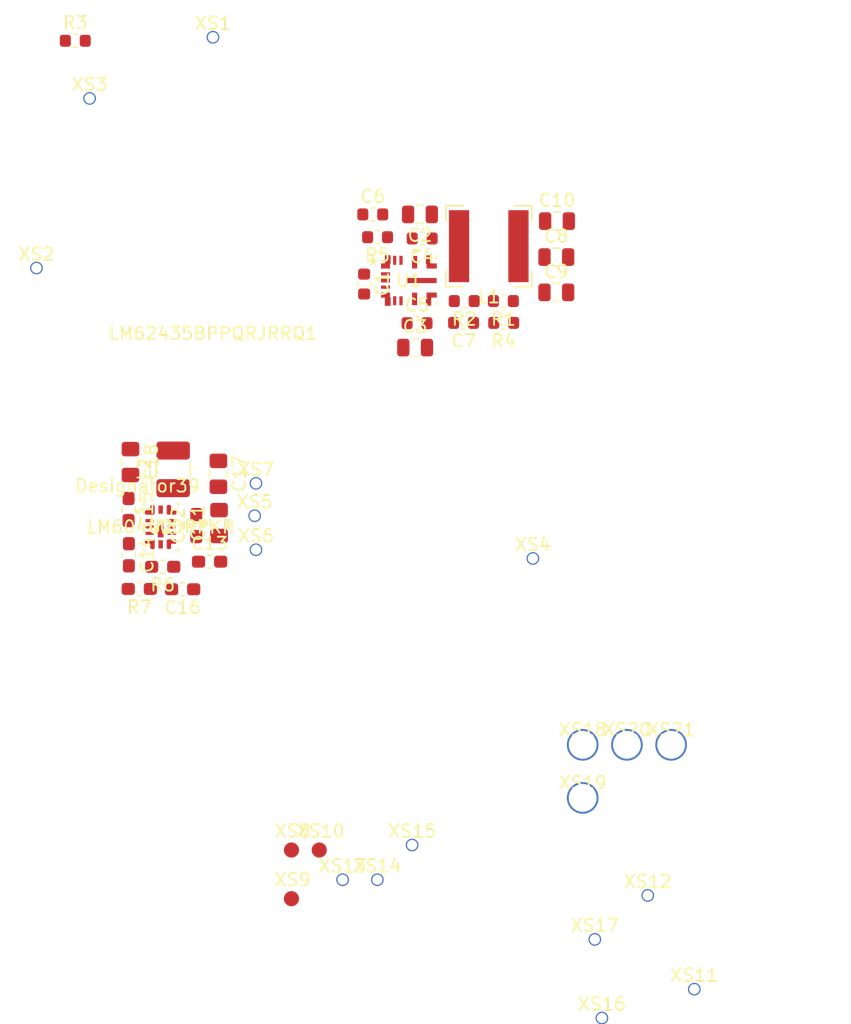
<source format=kicad_pcb>
(kicad_pcb (version 20171130) (host pcbnew "(5.1.5)-3")

  (general
    (thickness 1.6)
    (drawings 40)
    (tracks 0)
    (zones 0)
    (modules 50)
    (nets 24)
  )

  (page A4)
  (title_block
    (title BANO3)
    (date 2021-06-09)
    (rev 0000)
    (company Dolphines)
    (comment 1 0001)
    (comment 2 A.Zobenko)
  )

  (layers
    (0 F.Cu signal)
    (31 B.Cu signal)
    (32 B.Adhes user)
    (33 F.Adhes user)
    (34 B.Paste user)
    (35 F.Paste user)
    (36 B.SilkS user)
    (37 F.SilkS user)
    (38 B.Mask user)
    (39 F.Mask user)
    (40 Dwgs.User user)
    (41 Cmts.User user)
    (42 Eco1.User user)
    (43 Eco2.User user)
    (44 Edge.Cuts user)
    (45 Margin user)
    (46 B.CrtYd user)
    (47 F.CrtYd user)
    (48 B.Fab user)
    (49 F.Fab user)
  )

  (setup
    (last_trace_width 0.25)
    (trace_clearance 0.2)
    (zone_clearance 0.508)
    (zone_45_only no)
    (trace_min 0.2)
    (via_size 0.8)
    (via_drill 0.4)
    (via_min_size 0.4)
    (via_min_drill 0.3)
    (uvia_size 0.3)
    (uvia_drill 0.1)
    (uvias_allowed no)
    (uvia_min_size 0.2)
    (uvia_min_drill 0.1)
    (edge_width 0.05)
    (segment_width 0.2)
    (pcb_text_width 0.3)
    (pcb_text_size 1.5 1.5)
    (mod_edge_width 0.12)
    (mod_text_size 1 1)
    (mod_text_width 0.15)
    (pad_size 1.425 1.75)
    (pad_drill 0)
    (pad_to_mask_clearance 0.051)
    (solder_mask_min_width 0.25)
    (aux_axis_origin 0 0)
    (visible_elements 7FFFFFFF)
    (pcbplotparams
      (layerselection 0x010fc_ffffffff)
      (usegerberextensions false)
      (usegerberattributes false)
      (usegerberadvancedattributes false)
      (creategerberjobfile false)
      (excludeedgelayer true)
      (linewidth 0.100000)
      (plotframeref false)
      (viasonmask false)
      (mode 1)
      (useauxorigin false)
      (hpglpennumber 1)
      (hpglpenspeed 20)
      (hpglpendiameter 15.000000)
      (psnegative false)
      (psa4output false)
      (plotreference true)
      (plotvalue true)
      (plotinvisibletext false)
      (padsonsilk false)
      (subtractmaskfromsilk false)
      (outputformat 1)
      (mirror false)
      (drillshape 1)
      (scaleselection 1)
      (outputdirectory ""))
  )

  (net 0 "")
  (net 1 GND)
  (net 2 "Net-(C1-Pad1)")
  (net 3 VCC)
  (net 4 "Net-(C6-Pad1)")
  (net 5 "Net-(C6-Pad2)")
  (net 6 "Net-(C7-Pad2)")
  (net 7 "Net-(C7-Pad1)")
  (net 8 "Net-(C10-Pad1)")
  (net 9 "Net-(R3-Pad1)")
  (net 10 "Net-(R5-Pad1)")
  (net 11 "Net-(C11-Pad1)")
  (net 12 "Net-(C14-Pad1)")
  (net 13 "Net-(C15-Pad1)")
  (net 14 "Net-(C15-Pad2)")
  (net 15 "Net-(C16-Pad2)")
  (net 16 "Net-(C16-Pad1)")
  (net 17 "Net-(XS13-Pad1)")
  (net 18 "Net-(XS14-Pad1)")
  (net 19 "Net-(XS10-Pad1)")
  (net 20 "Net-(XS11-Pad1)")
  (net 21 "Net-(XS12-Pad1)")
  (net 22 "Net-(XS18-Pad1)")
  (net 23 "Net-(XS19-Pad1)")

  (net_class Default "Это класс цепей по умолчанию."
    (clearance 0.2)
    (trace_width 0.25)
    (via_dia 0.8)
    (via_drill 0.4)
    (uvia_dia 0.3)
    (uvia_drill 0.1)
    (add_net GND)
    (add_net "Net-(C1-Pad1)")
    (add_net "Net-(C10-Pad1)")
    (add_net "Net-(C11-Pad1)")
    (add_net "Net-(C14-Pad1)")
    (add_net "Net-(C15-Pad1)")
    (add_net "Net-(C15-Pad2)")
    (add_net "Net-(C16-Pad1)")
    (add_net "Net-(C16-Pad2)")
    (add_net "Net-(C6-Pad1)")
    (add_net "Net-(C6-Pad2)")
    (add_net "Net-(C7-Pad1)")
    (add_net "Net-(C7-Pad2)")
    (add_net "Net-(R3-Pad1)")
    (add_net "Net-(R5-Pad1)")
    (add_net "Net-(XS10-Pad1)")
    (add_net "Net-(XS11-Pad1)")
    (add_net "Net-(XS12-Pad1)")
    (add_net "Net-(XS13-Pad1)")
    (add_net "Net-(XS14-Pad1)")
    (add_net "Net-(XS18-Pad1)")
    (add_net "Net-(XS19-Pad1)")
    (add_net VCC)
  )

  (module LM60440DRPKR:LM60440DRPKR (layer F.Cu) (tedit 60DA0019) (tstamp 60DA12DF)
    (at 1021.207 1000.4552)
    (path /60E5ED58)
    (fp_text reference U2 (at 0 0) (layer F.SilkS)
      (effects (font (size 1 1) (thickness 0.15)))
    )
    (fp_text value LM60440DRPKR (at 0 0) (layer F.SilkS)
      (effects (font (size 1 1) (thickness 0.15)))
    )
    (fp_circle (center -1.825 -1.174956) (end -1.699999 -1.174956) (layer F.SilkS) (width 0.12))
    (fp_poly (pts (xy 0.575 -1.700032) (xy 0.724997 -1.70003) (xy 0.775 -1.650032) (xy 0.775 -1.325032)
      (xy 0.825 -1.275032) (xy 1.149998 -1.275032) (xy 1.2 -1.225032) (xy 1.199998 -1.075032)
      (xy 1.15 -1.025032) (xy 0.575 -1.025032) (xy 0.525 -1.075032) (xy 0.524998 -1.650032)
      (xy 0.57499 -1.700032)) (layer F.Paste) (width 0.1))
    (fp_poly (pts (xy 0.575 -1.700032) (xy 0.724997 -1.70003) (xy 0.775 -1.650032) (xy 0.775 -1.325032)
      (xy 0.825 -1.275032) (xy 1.149998 -1.275032) (xy 1.2 -1.225032) (xy 1.199998 -1.075032)
      (xy 1.15 -1.025032) (xy 0.575 -1.025032) (xy 0.525 -1.075032) (xy 0.524998 -1.650032)
      (xy 0.57499 -1.700032)) (layer F.Mask) (width 0.1))
    (fp_poly (pts (xy 0.575 -1.700032) (xy 0.724997 -1.70003) (xy 0.775 -1.650032) (xy 0.775 -1.325032)
      (xy 0.825 -1.275032) (xy 1.149998 -1.275032) (xy 1.2 -1.225032) (xy 1.199998 -1.075032)
      (xy 1.15 -1.025032) (xy 0.575 -1.025032) (xy 0.525 -1.075032) (xy 0.524998 -1.650032)
      (xy 0.57499 -1.700032)) (layer F.Cu) (width 0.1))
    (fp_poly (pts (xy -0.574998 1.700032) (xy -0.724997 1.70003) (xy -0.774997 1.650032) (xy -0.774997 1.325032)
      (xy -0.824997 1.275032) (xy -1.149998 1.275032) (xy -1.199998 1.225032) (xy -1.199998 1.075032)
      (xy -1.149998 1.025032) (xy -0.574998 1.025032) (xy -0.524998 1.075032) (xy -0.524998 1.650032)
      (xy -0.574987 1.700032)) (layer F.Paste) (width 0.1))
    (fp_poly (pts (xy -0.574998 1.700032) (xy -0.724997 1.70003) (xy -0.774997 1.650032) (xy -0.774997 1.325032)
      (xy -0.824997 1.275032) (xy -1.149998 1.275032) (xy -1.199998 1.225032) (xy -1.199998 1.075032)
      (xy -1.149998 1.025032) (xy -0.574998 1.025032) (xy -0.524998 1.075032) (xy -0.524998 1.650032)
      (xy -0.574987 1.700032)) (layer F.Mask) (width 0.1))
    (fp_poly (pts (xy -0.574998 1.700032) (xy -0.724997 1.70003) (xy -0.774997 1.650032) (xy -0.774997 1.325032)
      (xy -0.824997 1.275032) (xy -1.149998 1.275032) (xy -1.199998 1.225032) (xy -1.199998 1.075032)
      (xy -1.149998 1.025032) (xy -0.574998 1.025032) (xy -0.524998 1.075032) (xy -0.524998 1.650032)
      (xy -0.574987 1.700032)) (layer F.Cu) (width 0.1))
    (fp_poly (pts (xy 1.2 1.075035) (xy 1.199998 1.225034) (xy 1.15 1.275034) (xy 0.825 1.275034)
      (xy 0.775 1.325034) (xy 0.775 1.650035) (xy 0.725 1.700035) (xy 0.575 1.700035)
      (xy 0.525 1.650035) (xy 0.525 1.075035) (xy 0.575 1.025035) (xy 1.15 1.025035)
      (xy 1.2 1.075025)) (layer F.Paste) (width 0.1))
    (fp_poly (pts (xy 1.2 1.075035) (xy 1.199998 1.225034) (xy 1.15 1.275034) (xy 0.825 1.275034)
      (xy 0.775 1.325034) (xy 0.775 1.650035) (xy 0.725 1.700035) (xy 0.575 1.700035)
      (xy 0.525 1.650035) (xy 0.525 1.075035) (xy 0.575 1.025035) (xy 1.15 1.025035)
      (xy 1.2 1.075025)) (layer F.Mask) (width 0.1))
    (fp_poly (pts (xy 1.2 1.075035) (xy 1.199998 1.225034) (xy 1.15 1.275034) (xy 0.825 1.275034)
      (xy 0.775 1.325034) (xy 0.775 1.650035) (xy 0.725 1.700035) (xy 0.575 1.700035)
      (xy 0.525 1.650035) (xy 0.525 1.075035) (xy 0.575 1.025035) (xy 1.15 1.025035)
      (xy 1.2 1.075025)) (layer F.Cu) (width 0.1))
    (fp_poly (pts (xy -1.200031 -1.224956) (xy -1.150033 -1.274956) (xy -0.825033 -1.274956) (xy -0.775033 -1.324955)
      (xy -0.77503 -1.649954) (xy -0.725033 -1.699956) (xy -0.575031 -1.699956) (xy -0.525031 -1.649956)
      (xy -0.525031 -1.074956) (xy -0.575031 -1.024956) (xy -1.150031 -1.024956) (xy -1.200031 -1.074943)) (layer F.Paste) (width 0.1))
    (fp_poly (pts (xy -1.200031 -1.224956) (xy -1.150033 -1.274956) (xy -0.825033 -1.274956) (xy -0.775033 -1.324955)
      (xy -0.77503 -1.649954) (xy -0.725033 -1.699956) (xy -0.575031 -1.699956) (xy -0.525031 -1.649956)
      (xy -0.525031 -1.074956) (xy -0.575031 -1.024956) (xy -1.150031 -1.024956) (xy -1.200031 -1.074943)) (layer F.Mask) (width 0.1))
    (fp_poly (pts (xy -1.200031 -1.224956) (xy -1.150033 -1.274956) (xy -0.825033 -1.274956) (xy -0.775033 -1.324955)
      (xy -0.77503 -1.649954) (xy -0.725033 -1.699956) (xy -0.575031 -1.699956) (xy -0.525031 -1.649956)
      (xy -0.525031 -1.074956) (xy -0.575031 -1.024956) (xy -1.150031 -1.024956) (xy -1.200031 -1.074943)) (layer F.Cu) (width 0.1))
    (fp_line (start -1.373175 -1.724447) (end -1.373175 -1.874446) (layer F.SilkS) (width 0.12))
    (fp_line (start -1.373175 -1.874446) (end -1.223175 -1.874446) (layer F.SilkS) (width 0.12))
    (fp_line (start 1.374727 1.864639) (end 1.374727 1.71464) (layer F.SilkS) (width 0.12))
    (fp_line (start 1.224727 1.864639) (end 1.374727 1.864639) (layer F.SilkS) (width 0.12))
    (fp_line (start 1.225418 -1.875193) (end 1.375418 -1.875193) (layer F.SilkS) (width 0.12))
    (fp_line (start 1.375418 -1.725191) (end 1.375418 -1.875193) (layer F.SilkS) (width 0.12))
    (fp_line (start -1.373495 1.873956) (end -1.223495 1.873956) (layer F.SilkS) (width 0.12))
    (fp_line (start -1.373495 1.873956) (end -1.373495 1.723956) (layer F.SilkS) (width 0.12))
    (fp_line (start -1.05 -1.549999) (end 1.05 -1.549999) (layer F.Fab) (width 0.1))
    (fp_line (start 1.05 1.549999) (end 1.05 -1.549999) (layer F.Fab) (width 0.1))
    (fp_line (start -1.05 1.549999) (end 1.05 1.549999) (layer F.Fab) (width 0.1))
    (fp_line (start -1.05 1.549999) (end -1.05 -1.549999) (layer F.Fab) (width 0.1))
    (fp_text user Designator39 (at -1.8288 -3.2512) (layer F.SilkS)
      (effects (font (size 1 1) (thickness 0.15)))
    )
    (fp_text user .Designator (at -0.000015 0.000003) (layer Dwgs.User)
      (effects (font (size 1 1) (thickness 0.15)))
    )
    (fp_text user .Designator (at -0.000015 0.000003) (layer F.Fab)
      (effects (font (size 1 1) (thickness 0.15)))
    )
    (fp_text user * (at 0 0) (layer F.Fab)
      (effects (font (size 1 1) (thickness 0.15)))
    )
    (fp_text user * (at 0 0) (layer F.SilkS)
      (effects (font (size 1 1) (thickness 0.15)))
    )
    (fp_text user "Copyright 2021 Accelerated Designs. All rights reserved." (at 0 0) (layer Cmts.User)
      (effects (font (size 0.127 0.127) (thickness 0.002)))
    )
    (pad 13 smd rect (at 0 0.2) (size 0.449999 1.25) (layers F.Cu F.Paste F.Mask)
      (net 1 GND))
    (pad 12 smd rect (at 0 -1.375001) (size 0.349999 0.650001) (layers F.Cu F.Paste F.Mask)
      (net 13 "Net-(C15-Pad1)"))
    (pad 11 smd circle (at 0.693748 -1.193782) (size 0.244109 0.244109) (layers F.Cu F.Paste F.Mask)
      (net 1 GND))
    (pad 10 smd rect (at 0.875 -0.499999) (size 0.650001 0.249999) (layers F.Cu F.Paste F.Mask)
      (net 11 "Net-(C11-Pad1)"))
    (pad 9 smd rect (at 0.875 0) (size 0.650001 0.249999) (layers F.Cu F.Paste F.Mask)
      (net 11 "Net-(C11-Pad1)"))
    (pad 8 smd rect (at 0.875 0.499999) (size 0.650001 0.249999) (layers F.Cu F.Paste F.Mask))
    (pad 7 smd circle (at 0.69375 1.193785 90) (size 0.244109 0.244109) (layers F.Cu F.Paste F.Mask)
      (net 15 "Net-(C16-Pad2)"))
    (pad 6 smd rect (at 0 1.375001) (size 0.349999 0.650001) (layers F.Cu F.Paste F.Mask)
      (net 1 GND))
    (pad 5 smd circle (at -0.693748 1.193782) (size 0.244109 0.244109) (layers F.Cu F.Paste F.Mask)
      (net 12 "Net-(C14-Pad1)"))
    (pad 4 smd rect (at -0.875 0.499999) (size 0.650001 0.249999) (layers F.Cu F.Paste F.Mask)
      (net 14 "Net-(C15-Pad2)"))
    (pad 3 smd rect (at -0.875 0) (size 0.650001 0.249999) (layers F.Cu F.Paste F.Mask))
    (pad 2 smd rect (at -0.875 -0.499999) (size 0.650001 0.249999) (layers F.Cu F.Paste F.Mask)
      (net 11 "Net-(C11-Pad1)"))
    (pad 1 smd circle (at -0.693781 -1.193706 90) (size 0.244109 0.244109) (layers F.Cu F.Paste F.Mask)
      (net 1 GND))
  )

  (module Capacitor_SMD:C_0603_1608Metric (layer F.Cu) (tedit 5B301BBE) (tstamp 60DA1099)
    (at 1037.3106 981.2273 270)
    (descr "Capacitor SMD 0603 (1608 Metric), square (rectangular) end terminal, IPC_7351 nominal, (Body size source: http://www.tortai-tech.com/upload/download/2011102023233369053.pdf), generated with kicad-footprint-generator")
    (tags capacitor)
    (path /60C3557B)
    (attr smd)
    (fp_text reference C1 (at 0 -1.43 90) (layer F.SilkS)
      (effects (font (size 1 1) (thickness 0.15)))
    )
    (fp_text value 1uF (at 0 1.43 90) (layer F.Fab)
      (effects (font (size 1 1) (thickness 0.15)))
    )
    (fp_text user %R (at 0 0 90) (layer F.Fab)
      (effects (font (size 0.4 0.4) (thickness 0.06)))
    )
    (fp_line (start 1.48 0.73) (end -1.48 0.73) (layer F.CrtYd) (width 0.05))
    (fp_line (start 1.48 -0.73) (end 1.48 0.73) (layer F.CrtYd) (width 0.05))
    (fp_line (start -1.48 -0.73) (end 1.48 -0.73) (layer F.CrtYd) (width 0.05))
    (fp_line (start -1.48 0.73) (end -1.48 -0.73) (layer F.CrtYd) (width 0.05))
    (fp_line (start -0.162779 0.51) (end 0.162779 0.51) (layer F.SilkS) (width 0.12))
    (fp_line (start -0.162779 -0.51) (end 0.162779 -0.51) (layer F.SilkS) (width 0.12))
    (fp_line (start 0.8 0.4) (end -0.8 0.4) (layer F.Fab) (width 0.1))
    (fp_line (start 0.8 -0.4) (end 0.8 0.4) (layer F.Fab) (width 0.1))
    (fp_line (start -0.8 -0.4) (end 0.8 -0.4) (layer F.Fab) (width 0.1))
    (fp_line (start -0.8 0.4) (end -0.8 -0.4) (layer F.Fab) (width 0.1))
    (pad 2 smd roundrect (at 0.7875 0 270) (size 0.875 0.95) (layers F.Cu F.Paste F.Mask) (roundrect_rratio 0.25)
      (net 1 GND))
    (pad 1 smd roundrect (at -0.7875 0 270) (size 0.875 0.95) (layers F.Cu F.Paste F.Mask) (roundrect_rratio 0.25)
      (net 2 "Net-(C1-Pad1)"))
    (model ${KISYS3DMOD}/Capacitor_SMD.3dshapes/C_0603_1608Metric.wrl
      (at (xyz 0 0 0))
      (scale (xyz 1 1 1))
      (rotate (xyz 0 0 0))
    )
  )

  (module Capacitor_SMD:C_0805_2012Metric (layer F.Cu) (tedit 5B36C52B) (tstamp 60DA10AA)
    (at 1041.7325 975.7156 180)
    (descr "Capacitor SMD 0805 (2012 Metric), square (rectangular) end terminal, IPC_7351 nominal, (Body size source: https://docs.google.com/spreadsheets/d/1BsfQQcO9C6DZCsRaXUlFlo91Tg2WpOkGARC1WS5S8t0/edit?usp=sharing), generated with kicad-footprint-generator")
    (tags capacitor)
    (path /60C02A31)
    (attr smd)
    (fp_text reference C2 (at 0 -1.65) (layer F.SilkS)
      (effects (font (size 1 1) (thickness 0.15)))
    )
    (fp_text value 4.7uF (at 0 1.65) (layer F.Fab)
      (effects (font (size 1 1) (thickness 0.15)))
    )
    (fp_line (start -1 0.6) (end -1 -0.6) (layer F.Fab) (width 0.1))
    (fp_line (start -1 -0.6) (end 1 -0.6) (layer F.Fab) (width 0.1))
    (fp_line (start 1 -0.6) (end 1 0.6) (layer F.Fab) (width 0.1))
    (fp_line (start 1 0.6) (end -1 0.6) (layer F.Fab) (width 0.1))
    (fp_line (start -0.258578 -0.71) (end 0.258578 -0.71) (layer F.SilkS) (width 0.12))
    (fp_line (start -0.258578 0.71) (end 0.258578 0.71) (layer F.SilkS) (width 0.12))
    (fp_line (start -1.68 0.95) (end -1.68 -0.95) (layer F.CrtYd) (width 0.05))
    (fp_line (start -1.68 -0.95) (end 1.68 -0.95) (layer F.CrtYd) (width 0.05))
    (fp_line (start 1.68 -0.95) (end 1.68 0.95) (layer F.CrtYd) (width 0.05))
    (fp_line (start 1.68 0.95) (end -1.68 0.95) (layer F.CrtYd) (width 0.05))
    (fp_text user %R (at 0 0) (layer F.Fab)
      (effects (font (size 0.5 0.5) (thickness 0.08)))
    )
    (pad 1 smd roundrect (at -0.9375 0 180) (size 0.975 1.4) (layers F.Cu F.Paste F.Mask) (roundrect_rratio 0.25)
      (net 1 GND))
    (pad 2 smd roundrect (at 0.9375 0 180) (size 0.975 1.4) (layers F.Cu F.Paste F.Mask) (roundrect_rratio 0.25)
      (net 3 VCC))
    (model ${KISYS3DMOD}/Capacitor_SMD.3dshapes/C_0805_2012Metric.wrl
      (at (xyz 0 0 0))
      (scale (xyz 1 1 1))
      (rotate (xyz 0 0 0))
    )
  )

  (module Capacitor_SMD:C_0805_2012Metric (layer F.Cu) (tedit 5B36C52B) (tstamp 60DA10BB)
    (at 1041.3515 986.2566)
    (descr "Capacitor SMD 0805 (2012 Metric), square (rectangular) end terminal, IPC_7351 nominal, (Body size source: https://docs.google.com/spreadsheets/d/1BsfQQcO9C6DZCsRaXUlFlo91Tg2WpOkGARC1WS5S8t0/edit?usp=sharing), generated with kicad-footprint-generator")
    (tags capacitor)
    (path /60BFA4F2)
    (attr smd)
    (fp_text reference C3 (at 0 -1.65) (layer F.SilkS)
      (effects (font (size 1 1) (thickness 0.15)))
    )
    (fp_text value 4.7uF (at 0 1.65) (layer F.Fab)
      (effects (font (size 1 1) (thickness 0.15)))
    )
    (fp_line (start -1 0.6) (end -1 -0.6) (layer F.Fab) (width 0.1))
    (fp_line (start -1 -0.6) (end 1 -0.6) (layer F.Fab) (width 0.1))
    (fp_line (start 1 -0.6) (end 1 0.6) (layer F.Fab) (width 0.1))
    (fp_line (start 1 0.6) (end -1 0.6) (layer F.Fab) (width 0.1))
    (fp_line (start -0.258578 -0.71) (end 0.258578 -0.71) (layer F.SilkS) (width 0.12))
    (fp_line (start -0.258578 0.71) (end 0.258578 0.71) (layer F.SilkS) (width 0.12))
    (fp_line (start -1.68 0.95) (end -1.68 -0.95) (layer F.CrtYd) (width 0.05))
    (fp_line (start -1.68 -0.95) (end 1.68 -0.95) (layer F.CrtYd) (width 0.05))
    (fp_line (start 1.68 -0.95) (end 1.68 0.95) (layer F.CrtYd) (width 0.05))
    (fp_line (start 1.68 0.95) (end -1.68 0.95) (layer F.CrtYd) (width 0.05))
    (fp_text user %R (at 0 0) (layer F.Fab)
      (effects (font (size 0.5 0.5) (thickness 0.08)))
    )
    (pad 1 smd roundrect (at -0.9375 0) (size 0.975 1.4) (layers F.Cu F.Paste F.Mask) (roundrect_rratio 0.25)
      (net 3 VCC))
    (pad 2 smd roundrect (at 0.9375 0) (size 0.975 1.4) (layers F.Cu F.Paste F.Mask) (roundrect_rratio 0.25)
      (net 1 GND))
    (model ${KISYS3DMOD}/Capacitor_SMD.3dshapes/C_0805_2012Metric.wrl
      (at (xyz 0 0 0))
      (scale (xyz 1 1 1))
      (rotate (xyz 0 0 0))
    )
  )

  (module Capacitor_SMD:C_0603_1608Metric (layer F.Cu) (tedit 5B301BBE) (tstamp 60DA10CC)
    (at 1041.9079 977.6206 180)
    (descr "Capacitor SMD 0603 (1608 Metric), square (rectangular) end terminal, IPC_7351 nominal, (Body size source: http://www.tortai-tech.com/upload/download/2011102023233369053.pdf), generated with kicad-footprint-generator")
    (tags capacitor)
    (path /60C1A404)
    (attr smd)
    (fp_text reference C4 (at 0 -1.43) (layer F.SilkS)
      (effects (font (size 1 1) (thickness 0.15)))
    )
    (fp_text value 2.2nF (at 0 1.43) (layer F.Fab)
      (effects (font (size 1 1) (thickness 0.15)))
    )
    (fp_line (start -0.8 0.4) (end -0.8 -0.4) (layer F.Fab) (width 0.1))
    (fp_line (start -0.8 -0.4) (end 0.8 -0.4) (layer F.Fab) (width 0.1))
    (fp_line (start 0.8 -0.4) (end 0.8 0.4) (layer F.Fab) (width 0.1))
    (fp_line (start 0.8 0.4) (end -0.8 0.4) (layer F.Fab) (width 0.1))
    (fp_line (start -0.162779 -0.51) (end 0.162779 -0.51) (layer F.SilkS) (width 0.12))
    (fp_line (start -0.162779 0.51) (end 0.162779 0.51) (layer F.SilkS) (width 0.12))
    (fp_line (start -1.48 0.73) (end -1.48 -0.73) (layer F.CrtYd) (width 0.05))
    (fp_line (start -1.48 -0.73) (end 1.48 -0.73) (layer F.CrtYd) (width 0.05))
    (fp_line (start 1.48 -0.73) (end 1.48 0.73) (layer F.CrtYd) (width 0.05))
    (fp_line (start 1.48 0.73) (end -1.48 0.73) (layer F.CrtYd) (width 0.05))
    (fp_text user %R (at 0 0) (layer F.Fab)
      (effects (font (size 0.4 0.4) (thickness 0.06)))
    )
    (pad 1 smd roundrect (at -0.7875 0 180) (size 0.875 0.95) (layers F.Cu F.Paste F.Mask) (roundrect_rratio 0.25)
      (net 1 GND))
    (pad 2 smd roundrect (at 0.7875 0 180) (size 0.875 0.95) (layers F.Cu F.Paste F.Mask) (roundrect_rratio 0.25)
      (net 3 VCC))
    (model ${KISYS3DMOD}/Capacitor_SMD.3dshapes/C_0603_1608Metric.wrl
      (at (xyz 0 0 0))
      (scale (xyz 1 1 1))
      (rotate (xyz 0 0 0))
    )
  )

  (module Capacitor_SMD:C_0805_2012Metric (layer F.Cu) (tedit 5B36C52B) (tstamp 60DA1110)
    (at 1052.5275 979.0938)
    (descr "Capacitor SMD 0805 (2012 Metric), square (rectangular) end terminal, IPC_7351 nominal, (Body size source: https://docs.google.com/spreadsheets/d/1BsfQQcO9C6DZCsRaXUlFlo91Tg2WpOkGARC1WS5S8t0/edit?usp=sharing), generated with kicad-footprint-generator")
    (tags capacitor)
    (path /60BFB075)
    (attr smd)
    (fp_text reference C8 (at 0 -1.65) (layer F.SilkS)
      (effects (font (size 1 1) (thickness 0.15)))
    )
    (fp_text value 22uF (at 0 1.65) (layer F.Fab)
      (effects (font (size 1 1) (thickness 0.15)))
    )
    (fp_text user %R (at 0 0) (layer F.Fab)
      (effects (font (size 0.5 0.5) (thickness 0.08)))
    )
    (fp_line (start 1.68 0.95) (end -1.68 0.95) (layer F.CrtYd) (width 0.05))
    (fp_line (start 1.68 -0.95) (end 1.68 0.95) (layer F.CrtYd) (width 0.05))
    (fp_line (start -1.68 -0.95) (end 1.68 -0.95) (layer F.CrtYd) (width 0.05))
    (fp_line (start -1.68 0.95) (end -1.68 -0.95) (layer F.CrtYd) (width 0.05))
    (fp_line (start -0.258578 0.71) (end 0.258578 0.71) (layer F.SilkS) (width 0.12))
    (fp_line (start -0.258578 -0.71) (end 0.258578 -0.71) (layer F.SilkS) (width 0.12))
    (fp_line (start 1 0.6) (end -1 0.6) (layer F.Fab) (width 0.1))
    (fp_line (start 1 -0.6) (end 1 0.6) (layer F.Fab) (width 0.1))
    (fp_line (start -1 -0.6) (end 1 -0.6) (layer F.Fab) (width 0.1))
    (fp_line (start -1 0.6) (end -1 -0.6) (layer F.Fab) (width 0.1))
    (pad 2 smd roundrect (at 0.9375 0) (size 0.975 1.4) (layers F.Cu F.Paste F.Mask) (roundrect_rratio 0.25)
      (net 1 GND))
    (pad 1 smd roundrect (at -0.9375 0) (size 0.975 1.4) (layers F.Cu F.Paste F.Mask) (roundrect_rratio 0.25)
      (net 8 "Net-(C10-Pad1)"))
    (model ${KISYS3DMOD}/Capacitor_SMD.3dshapes/C_0805_2012Metric.wrl
      (at (xyz 0 0 0))
      (scale (xyz 1 1 1))
      (rotate (xyz 0 0 0))
    )
  )

  (module Capacitor_SMD:C_0805_2012Metric (layer F.Cu) (tedit 5B36C52B) (tstamp 60DA1121)
    (at 1052.5252 981.8878)
    (descr "Capacitor SMD 0805 (2012 Metric), square (rectangular) end terminal, IPC_7351 nominal, (Body size source: https://docs.google.com/spreadsheets/d/1BsfQQcO9C6DZCsRaXUlFlo91Tg2WpOkGARC1WS5S8t0/edit?usp=sharing), generated with kicad-footprint-generator")
    (tags capacitor)
    (path /60C0D3AE)
    (attr smd)
    (fp_text reference C9 (at 0 -1.65) (layer F.SilkS)
      (effects (font (size 1 1) (thickness 0.15)))
    )
    (fp_text value 22uF (at 0 1.65) (layer F.Fab)
      (effects (font (size 1 1) (thickness 0.15)))
    )
    (fp_line (start -1 0.6) (end -1 -0.6) (layer F.Fab) (width 0.1))
    (fp_line (start -1 -0.6) (end 1 -0.6) (layer F.Fab) (width 0.1))
    (fp_line (start 1 -0.6) (end 1 0.6) (layer F.Fab) (width 0.1))
    (fp_line (start 1 0.6) (end -1 0.6) (layer F.Fab) (width 0.1))
    (fp_line (start -0.258578 -0.71) (end 0.258578 -0.71) (layer F.SilkS) (width 0.12))
    (fp_line (start -0.258578 0.71) (end 0.258578 0.71) (layer F.SilkS) (width 0.12))
    (fp_line (start -1.68 0.95) (end -1.68 -0.95) (layer F.CrtYd) (width 0.05))
    (fp_line (start -1.68 -0.95) (end 1.68 -0.95) (layer F.CrtYd) (width 0.05))
    (fp_line (start 1.68 -0.95) (end 1.68 0.95) (layer F.CrtYd) (width 0.05))
    (fp_line (start 1.68 0.95) (end -1.68 0.95) (layer F.CrtYd) (width 0.05))
    (fp_text user %R (at 0 0) (layer F.Fab)
      (effects (font (size 0.5 0.5) (thickness 0.08)))
    )
    (pad 1 smd roundrect (at -0.9375 0) (size 0.975 1.4) (layers F.Cu F.Paste F.Mask) (roundrect_rratio 0.25)
      (net 8 "Net-(C10-Pad1)"))
    (pad 2 smd roundrect (at 0.9375 0) (size 0.975 1.4) (layers F.Cu F.Paste F.Mask) (roundrect_rratio 0.25)
      (net 1 GND))
    (model ${KISYS3DMOD}/Capacitor_SMD.3dshapes/C_0805_2012Metric.wrl
      (at (xyz 0 0 0))
      (scale (xyz 1 1 1))
      (rotate (xyz 0 0 0))
    )
  )

  (module Capacitor_SMD:C_0805_2012Metric (layer F.Cu) (tedit 5B36C52B) (tstamp 60DA1132)
    (at 1052.5783 976.249)
    (descr "Capacitor SMD 0805 (2012 Metric), square (rectangular) end terminal, IPC_7351 nominal, (Body size source: https://docs.google.com/spreadsheets/d/1BsfQQcO9C6DZCsRaXUlFlo91Tg2WpOkGARC1WS5S8t0/edit?usp=sharing), generated with kicad-footprint-generator")
    (tags capacitor)
    (path /60C0DCE3)
    (attr smd)
    (fp_text reference C10 (at 0 -1.65) (layer F.SilkS)
      (effects (font (size 1 1) (thickness 0.15)))
    )
    (fp_text value 22uF (at 0 1.65) (layer F.Fab)
      (effects (font (size 1 1) (thickness 0.15)))
    )
    (fp_line (start -1 0.6) (end -1 -0.6) (layer F.Fab) (width 0.1))
    (fp_line (start -1 -0.6) (end 1 -0.6) (layer F.Fab) (width 0.1))
    (fp_line (start 1 -0.6) (end 1 0.6) (layer F.Fab) (width 0.1))
    (fp_line (start 1 0.6) (end -1 0.6) (layer F.Fab) (width 0.1))
    (fp_line (start -0.258578 -0.71) (end 0.258578 -0.71) (layer F.SilkS) (width 0.12))
    (fp_line (start -0.258578 0.71) (end 0.258578 0.71) (layer F.SilkS) (width 0.12))
    (fp_line (start -1.68 0.95) (end -1.68 -0.95) (layer F.CrtYd) (width 0.05))
    (fp_line (start -1.68 -0.95) (end 1.68 -0.95) (layer F.CrtYd) (width 0.05))
    (fp_line (start 1.68 -0.95) (end 1.68 0.95) (layer F.CrtYd) (width 0.05))
    (fp_line (start 1.68 0.95) (end -1.68 0.95) (layer F.CrtYd) (width 0.05))
    (fp_text user %R (at 0 0) (layer F.Fab)
      (effects (font (size 0.5 0.5) (thickness 0.08)))
    )
    (pad 1 smd roundrect (at -0.9375 0) (size 0.975 1.4) (layers F.Cu F.Paste F.Mask) (roundrect_rratio 0.25)
      (net 8 "Net-(C10-Pad1)"))
    (pad 2 smd roundrect (at 0.9375 0) (size 0.975 1.4) (layers F.Cu F.Paste F.Mask) (roundrect_rratio 0.25)
      (net 1 GND))
    (model ${KISYS3DMOD}/Capacitor_SMD.3dshapes/C_0805_2012Metric.wrl
      (at (xyz 0 0 0))
      (scale (xyz 1 1 1))
      (rotate (xyz 0 0 0))
    )
  )

  (module Capacitor_SMD:C_0805_2012Metric_Pad1.15x1.40mm_HandSolder (layer F.Cu) (tedit 5B36C52B) (tstamp 60DA1143)
    (at 1025.8298 1000.1414 90)
    (descr "Capacitor SMD 0805 (2012 Metric), square (rectangular) end terminal, IPC_7351 nominal with elongated pad for handsoldering. (Body size source: https://docs.google.com/spreadsheets/d/1BsfQQcO9C6DZCsRaXUlFlo91Tg2WpOkGARC1WS5S8t0/edit?usp=sharing), generated with kicad-footprint-generator")
    (tags "capacitor handsolder")
    (path /60DD1B43)
    (attr smd)
    (fp_text reference C11 (at 0 -1.65 90) (layer F.SilkS)
      (effects (font (size 1 1) (thickness 0.15)))
    )
    (fp_text value C (at 0 1.65 90) (layer F.Fab)
      (effects (font (size 1 1) (thickness 0.15)))
    )
    (fp_line (start -1 0.6) (end -1 -0.6) (layer F.Fab) (width 0.1))
    (fp_line (start -1 -0.6) (end 1 -0.6) (layer F.Fab) (width 0.1))
    (fp_line (start 1 -0.6) (end 1 0.6) (layer F.Fab) (width 0.1))
    (fp_line (start 1 0.6) (end -1 0.6) (layer F.Fab) (width 0.1))
    (fp_line (start -0.261252 -0.71) (end 0.261252 -0.71) (layer F.SilkS) (width 0.12))
    (fp_line (start -0.261252 0.71) (end 0.261252 0.71) (layer F.SilkS) (width 0.12))
    (fp_line (start -1.85 0.95) (end -1.85 -0.95) (layer F.CrtYd) (width 0.05))
    (fp_line (start -1.85 -0.95) (end 1.85 -0.95) (layer F.CrtYd) (width 0.05))
    (fp_line (start 1.85 -0.95) (end 1.85 0.95) (layer F.CrtYd) (width 0.05))
    (fp_line (start 1.85 0.95) (end -1.85 0.95) (layer F.CrtYd) (width 0.05))
    (fp_text user %R (at 0 0 90) (layer F.Fab)
      (effects (font (size 0.5 0.5) (thickness 0.08)))
    )
    (pad 1 smd roundrect (at -1.025 0 90) (size 1.15 1.4) (layers F.Cu F.Paste F.Mask) (roundrect_rratio 0.217391)
      (net 11 "Net-(C11-Pad1)"))
    (pad 2 smd roundrect (at 1.025 0 90) (size 1.15 1.4) (layers F.Cu F.Paste F.Mask) (roundrect_rratio 0.217391)
      (net 1 GND))
    (model ${KISYS3DMOD}/Capacitor_SMD.3dshapes/C_0805_2012Metric.wrl
      (at (xyz 0 0 0))
      (scale (xyz 1 1 1))
      (rotate (xyz 0 0 0))
    )
  )

  (module Capacitor_SMD:C_0603_1608Metric_Pad1.05x0.95mm_HandSolder (layer F.Cu) (tedit 5B301BBE) (tstamp 60DA1154)
    (at 1024.0264 1000.3422 90)
    (descr "Capacitor SMD 0603 (1608 Metric), square (rectangular) end terminal, IPC_7351 nominal with elongated pad for handsoldering. (Body size source: http://www.tortai-tech.com/upload/download/2011102023233369053.pdf), generated with kicad-footprint-generator")
    (tags "capacitor handsolder")
    (path /60DCF867)
    (attr smd)
    (fp_text reference C12 (at 0 -1.43 90) (layer F.SilkS)
      (effects (font (size 1 1) (thickness 0.15)))
    )
    (fp_text value C (at 0 1.43 90) (layer F.Fab)
      (effects (font (size 1 1) (thickness 0.15)))
    )
    (fp_text user %R (at 0 0 90) (layer F.Fab)
      (effects (font (size 0.4 0.4) (thickness 0.06)))
    )
    (fp_line (start 1.65 0.73) (end -1.65 0.73) (layer F.CrtYd) (width 0.05))
    (fp_line (start 1.65 -0.73) (end 1.65 0.73) (layer F.CrtYd) (width 0.05))
    (fp_line (start -1.65 -0.73) (end 1.65 -0.73) (layer F.CrtYd) (width 0.05))
    (fp_line (start -1.65 0.73) (end -1.65 -0.73) (layer F.CrtYd) (width 0.05))
    (fp_line (start -0.171267 0.51) (end 0.171267 0.51) (layer F.SilkS) (width 0.12))
    (fp_line (start -0.171267 -0.51) (end 0.171267 -0.51) (layer F.SilkS) (width 0.12))
    (fp_line (start 0.8 0.4) (end -0.8 0.4) (layer F.Fab) (width 0.1))
    (fp_line (start 0.8 -0.4) (end 0.8 0.4) (layer F.Fab) (width 0.1))
    (fp_line (start -0.8 -0.4) (end 0.8 -0.4) (layer F.Fab) (width 0.1))
    (fp_line (start -0.8 0.4) (end -0.8 -0.4) (layer F.Fab) (width 0.1))
    (pad 2 smd roundrect (at 0.875 0 90) (size 1.05 0.95) (layers F.Cu F.Paste F.Mask) (roundrect_rratio 0.25)
      (net 1 GND))
    (pad 1 smd roundrect (at -0.875 0 90) (size 1.05 0.95) (layers F.Cu F.Paste F.Mask) (roundrect_rratio 0.25)
      (net 11 "Net-(C11-Pad1)"))
    (model ${KISYS3DMOD}/Capacitor_SMD.3dshapes/C_0603_1608Metric.wrl
      (at (xyz 0 0 0))
      (scale (xyz 1 1 1))
      (rotate (xyz 0 0 0))
    )
  )

  (module Capacitor_SMD:C_0603_1608Metric_Pad1.05x0.95mm_HandSolder (layer F.Cu) (tedit 5B301BBE) (tstamp 60DA1165)
    (at 1025.0818 1003.1984)
    (descr "Capacitor SMD 0603 (1608 Metric), square (rectangular) end terminal, IPC_7351 nominal with elongated pad for handsoldering. (Body size source: http://www.tortai-tech.com/upload/download/2011102023233369053.pdf), generated with kicad-footprint-generator")
    (tags "capacitor handsolder")
    (path /60DCE5F3)
    (attr smd)
    (fp_text reference C13 (at 0 -1.43) (layer F.SilkS)
      (effects (font (size 1 1) (thickness 0.15)))
    )
    (fp_text value C (at 0 1.43) (layer F.Fab)
      (effects (font (size 1 1) (thickness 0.15)))
    )
    (fp_line (start -0.8 0.4) (end -0.8 -0.4) (layer F.Fab) (width 0.1))
    (fp_line (start -0.8 -0.4) (end 0.8 -0.4) (layer F.Fab) (width 0.1))
    (fp_line (start 0.8 -0.4) (end 0.8 0.4) (layer F.Fab) (width 0.1))
    (fp_line (start 0.8 0.4) (end -0.8 0.4) (layer F.Fab) (width 0.1))
    (fp_line (start -0.171267 -0.51) (end 0.171267 -0.51) (layer F.SilkS) (width 0.12))
    (fp_line (start -0.171267 0.51) (end 0.171267 0.51) (layer F.SilkS) (width 0.12))
    (fp_line (start -1.65 0.73) (end -1.65 -0.73) (layer F.CrtYd) (width 0.05))
    (fp_line (start -1.65 -0.73) (end 1.65 -0.73) (layer F.CrtYd) (width 0.05))
    (fp_line (start 1.65 -0.73) (end 1.65 0.73) (layer F.CrtYd) (width 0.05))
    (fp_line (start 1.65 0.73) (end -1.65 0.73) (layer F.CrtYd) (width 0.05))
    (fp_text user %R (at 0 0) (layer F.Fab)
      (effects (font (size 0.4 0.4) (thickness 0.06)))
    )
    (pad 1 smd roundrect (at -0.875 0) (size 1.05 0.95) (layers F.Cu F.Paste F.Mask) (roundrect_rratio 0.25)
      (net 11 "Net-(C11-Pad1)"))
    (pad 2 smd roundrect (at 0.875 0) (size 1.05 0.95) (layers F.Cu F.Paste F.Mask) (roundrect_rratio 0.25)
      (net 1 GND))
    (model ${KISYS3DMOD}/Capacitor_SMD.3dshapes/C_0603_1608Metric.wrl
      (at (xyz 0 0 0))
      (scale (xyz 1 1 1))
      (rotate (xyz 0 0 0))
    )
  )

  (module Capacitor_SMD:C_0603_1608Metric_Pad1.05x0.95mm_HandSolder (layer F.Cu) (tedit 60D9FA39) (tstamp 60DA1176)
    (at 1018.6924 1002.651 270)
    (descr "Capacitor SMD 0603 (1608 Metric), square (rectangular) end terminal, IPC_7351 nominal with elongated pad for handsoldering. (Body size source: http://www.tortai-tech.com/upload/download/2011102023233369053.pdf), generated with kicad-footprint-generator")
    (tags "capacitor handsolder")
    (path /60DD3F8A)
    (attr smd)
    (fp_text reference C14 (at 0 -1.43 90) (layer F.SilkS)
      (effects (font (size 1 1) (thickness 0.15)))
    )
    (fp_text value C (at 0 1.43 90) (layer F.Fab)
      (effects (font (size 1 1) (thickness 0.15)))
    )
    (fp_line (start -0.8 0.4) (end -0.8 -0.4) (layer F.Fab) (width 0.1))
    (fp_line (start -0.8 -0.4) (end 0.8 -0.4) (layer F.Fab) (width 0.1))
    (fp_line (start 0.8 -0.4) (end 0.8 0.4) (layer F.Fab) (width 0.1))
    (fp_line (start 0.8 0.4) (end -0.8 0.4) (layer F.Fab) (width 0.1))
    (fp_line (start -0.171267 -0.51) (end 0.171267 -0.51) (layer F.SilkS) (width 0.12))
    (fp_line (start -0.171267 0.51) (end 0.171267 0.51) (layer F.SilkS) (width 0.12))
    (fp_line (start -1.65 0.73) (end -1.65 -0.73) (layer F.CrtYd) (width 0.05))
    (fp_line (start -1.65 -0.73) (end 1.65 -0.73) (layer F.CrtYd) (width 0.05))
    (fp_line (start 1.65 -0.73) (end 1.65 0.73) (layer F.CrtYd) (width 0.05))
    (fp_line (start 1.65 0.73) (end -1.65 0.73) (layer F.CrtYd) (width 0.05))
    (fp_text user %R (at 0 0 90) (layer F.Fab)
      (effects (font (size 0.4 0.4) (thickness 0.06)))
    )
    (pad 1 smd roundrect (at -0.875 0 270) (size 1.05 0.95) (layers F.Cu F.Paste F.Mask) (roundrect_rratio 0.25)
      (net 12 "Net-(C14-Pad1)"))
    (pad 2 smd roundrect (at 0.875 0 270) (size 1.05 0.95) (layers F.Cu F.Paste F.Mask) (roundrect_rratio 0.25)
      (net 1 GND))
    (model ${KISYS3DMOD}/Capacitor_SMD.3dshapes/C_0603_1608Metric.wrl
      (at (xyz 0 0 0))
      (scale (xyz 1 1 1))
      (rotate (xyz 0 0 0))
    )
  )

  (module Capacitor_SMD:C_0603_1608Metric_Pad1.05x0.95mm_HandSolder (layer F.Cu) (tedit 5B301BBE) (tstamp 60DA1187)
    (at 1018.667 999.0722 270)
    (descr "Capacitor SMD 0603 (1608 Metric), square (rectangular) end terminal, IPC_7351 nominal with elongated pad for handsoldering. (Body size source: http://www.tortai-tech.com/upload/download/2011102023233369053.pdf), generated with kicad-footprint-generator")
    (tags "capacitor handsolder")
    (path /60DA3BF9)
    (attr smd)
    (fp_text reference C15 (at 0 -1.43 90) (layer F.SilkS)
      (effects (font (size 1 1) (thickness 0.15)))
    )
    (fp_text value C (at 0 1.43 90) (layer F.Fab)
      (effects (font (size 1 1) (thickness 0.15)))
    )
    (fp_line (start -0.8 0.4) (end -0.8 -0.4) (layer F.Fab) (width 0.1))
    (fp_line (start -0.8 -0.4) (end 0.8 -0.4) (layer F.Fab) (width 0.1))
    (fp_line (start 0.8 -0.4) (end 0.8 0.4) (layer F.Fab) (width 0.1))
    (fp_line (start 0.8 0.4) (end -0.8 0.4) (layer F.Fab) (width 0.1))
    (fp_line (start -0.171267 -0.51) (end 0.171267 -0.51) (layer F.SilkS) (width 0.12))
    (fp_line (start -0.171267 0.51) (end 0.171267 0.51) (layer F.SilkS) (width 0.12))
    (fp_line (start -1.65 0.73) (end -1.65 -0.73) (layer F.CrtYd) (width 0.05))
    (fp_line (start -1.65 -0.73) (end 1.65 -0.73) (layer F.CrtYd) (width 0.05))
    (fp_line (start 1.65 -0.73) (end 1.65 0.73) (layer F.CrtYd) (width 0.05))
    (fp_line (start 1.65 0.73) (end -1.65 0.73) (layer F.CrtYd) (width 0.05))
    (fp_text user %R (at 0 0 90) (layer F.Fab)
      (effects (font (size 0.4 0.4) (thickness 0.06)))
    )
    (pad 1 smd roundrect (at -0.875 0 270) (size 1.05 0.95) (layers F.Cu F.Paste F.Mask) (roundrect_rratio 0.25)
      (net 13 "Net-(C15-Pad1)"))
    (pad 2 smd roundrect (at 0.875 0 270) (size 1.05 0.95) (layers F.Cu F.Paste F.Mask) (roundrect_rratio 0.25)
      (net 14 "Net-(C15-Pad2)"))
    (model ${KISYS3DMOD}/Capacitor_SMD.3dshapes/C_0603_1608Metric.wrl
      (at (xyz 0 0 0))
      (scale (xyz 1 1 1))
      (rotate (xyz 0 0 0))
    )
  )

  (module Capacitor_SMD:C_0603_1608Metric_Pad1.05x0.95mm_HandSolder (layer F.Cu) (tedit 5B301BBE) (tstamp 60DA1198)
    (at 1022.9456 1005.3828 180)
    (descr "Capacitor SMD 0603 (1608 Metric), square (rectangular) end terminal, IPC_7351 nominal with elongated pad for handsoldering. (Body size source: http://www.tortai-tech.com/upload/download/2011102023233369053.pdf), generated with kicad-footprint-generator")
    (tags "capacitor handsolder")
    (path /60DB4658)
    (attr smd)
    (fp_text reference C16 (at 0 -1.43) (layer F.SilkS)
      (effects (font (size 1 1) (thickness 0.15)))
    )
    (fp_text value C (at 0 1.43) (layer F.Fab)
      (effects (font (size 1 1) (thickness 0.15)))
    )
    (fp_text user %R (at 0 0) (layer F.Fab)
      (effects (font (size 0.4 0.4) (thickness 0.06)))
    )
    (fp_line (start 1.65 0.73) (end -1.65 0.73) (layer F.CrtYd) (width 0.05))
    (fp_line (start 1.65 -0.73) (end 1.65 0.73) (layer F.CrtYd) (width 0.05))
    (fp_line (start -1.65 -0.73) (end 1.65 -0.73) (layer F.CrtYd) (width 0.05))
    (fp_line (start -1.65 0.73) (end -1.65 -0.73) (layer F.CrtYd) (width 0.05))
    (fp_line (start -0.171267 0.51) (end 0.171267 0.51) (layer F.SilkS) (width 0.12))
    (fp_line (start -0.171267 -0.51) (end 0.171267 -0.51) (layer F.SilkS) (width 0.12))
    (fp_line (start 0.8 0.4) (end -0.8 0.4) (layer F.Fab) (width 0.1))
    (fp_line (start 0.8 -0.4) (end 0.8 0.4) (layer F.Fab) (width 0.1))
    (fp_line (start -0.8 -0.4) (end 0.8 -0.4) (layer F.Fab) (width 0.1))
    (fp_line (start -0.8 0.4) (end -0.8 -0.4) (layer F.Fab) (width 0.1))
    (pad 2 smd roundrect (at 0.875 0 180) (size 1.05 0.95) (layers F.Cu F.Paste F.Mask) (roundrect_rratio 0.25)
      (net 15 "Net-(C16-Pad2)"))
    (pad 1 smd roundrect (at -0.875 0 180) (size 1.05 0.95) (layers F.Cu F.Paste F.Mask) (roundrect_rratio 0.25)
      (net 16 "Net-(C16-Pad1)"))
    (model ${KISYS3DMOD}/Capacitor_SMD.3dshapes/C_0603_1608Metric.wrl
      (at (xyz 0 0 0))
      (scale (xyz 1 1 1))
      (rotate (xyz 0 0 0))
    )
  )

  (module Capacitor_SMD:C_0805_2012Metric_Pad1.15x1.40mm_HandSolder (layer F.Cu) (tedit 5B36C52B) (tstamp 60DA11A9)
    (at 1025.779 996.2478 270)
    (descr "Capacitor SMD 0805 (2012 Metric), square (rectangular) end terminal, IPC_7351 nominal with elongated pad for handsoldering. (Body size source: https://docs.google.com/spreadsheets/d/1BsfQQcO9C6DZCsRaXUlFlo91Tg2WpOkGARC1WS5S8t0/edit?usp=sharing), generated with kicad-footprint-generator")
    (tags "capacitor handsolder")
    (path /60DB54E0)
    (attr smd)
    (fp_text reference C17 (at 0 -1.65 90) (layer F.SilkS)
      (effects (font (size 1 1) (thickness 0.15)))
    )
    (fp_text value C (at 0 1.65 90) (layer F.Fab)
      (effects (font (size 1 1) (thickness 0.15)))
    )
    (fp_line (start -1 0.6) (end -1 -0.6) (layer F.Fab) (width 0.1))
    (fp_line (start -1 -0.6) (end 1 -0.6) (layer F.Fab) (width 0.1))
    (fp_line (start 1 -0.6) (end 1 0.6) (layer F.Fab) (width 0.1))
    (fp_line (start 1 0.6) (end -1 0.6) (layer F.Fab) (width 0.1))
    (fp_line (start -0.261252 -0.71) (end 0.261252 -0.71) (layer F.SilkS) (width 0.12))
    (fp_line (start -0.261252 0.71) (end 0.261252 0.71) (layer F.SilkS) (width 0.12))
    (fp_line (start -1.85 0.95) (end -1.85 -0.95) (layer F.CrtYd) (width 0.05))
    (fp_line (start -1.85 -0.95) (end 1.85 -0.95) (layer F.CrtYd) (width 0.05))
    (fp_line (start 1.85 -0.95) (end 1.85 0.95) (layer F.CrtYd) (width 0.05))
    (fp_line (start 1.85 0.95) (end -1.85 0.95) (layer F.CrtYd) (width 0.05))
    (fp_text user %R (at 0 0 90) (layer F.Fab)
      (effects (font (size 0.5 0.5) (thickness 0.08)))
    )
    (pad 1 smd roundrect (at -1.025 0 270) (size 1.15 1.4) (layers F.Cu F.Paste F.Mask) (roundrect_rratio 0.217391)
      (net 16 "Net-(C16-Pad1)"))
    (pad 2 smd roundrect (at 1.025 0 270) (size 1.15 1.4) (layers F.Cu F.Paste F.Mask) (roundrect_rratio 0.217391)
      (net 1 GND))
    (model ${KISYS3DMOD}/Capacitor_SMD.3dshapes/C_0805_2012Metric.wrl
      (at (xyz 0 0 0))
      (scale (xyz 1 1 1))
      (rotate (xyz 0 0 0))
    )
  )

  (module Capacitor_SMD:C_0805_2012Metric_Pad1.15x1.40mm_HandSolder (layer F.Cu) (tedit 5B36C52B) (tstamp 60DA11BA)
    (at 1018.8194 995.3154 270)
    (descr "Capacitor SMD 0805 (2012 Metric), square (rectangular) end terminal, IPC_7351 nominal with elongated pad for handsoldering. (Body size source: https://docs.google.com/spreadsheets/d/1BsfQQcO9C6DZCsRaXUlFlo91Tg2WpOkGARC1WS5S8t0/edit?usp=sharing), generated with kicad-footprint-generator")
    (tags "capacitor handsolder")
    (path /60DB8DCA)
    (attr smd)
    (fp_text reference C18 (at 0 -1.65 90) (layer F.SilkS)
      (effects (font (size 1 1) (thickness 0.15)))
    )
    (fp_text value C (at 0 1.65 90) (layer F.Fab)
      (effects (font (size 1 1) (thickness 0.15)))
    )
    (fp_text user %R (at 0 0 90) (layer F.Fab)
      (effects (font (size 0.5 0.5) (thickness 0.08)))
    )
    (fp_line (start 1.85 0.95) (end -1.85 0.95) (layer F.CrtYd) (width 0.05))
    (fp_line (start 1.85 -0.95) (end 1.85 0.95) (layer F.CrtYd) (width 0.05))
    (fp_line (start -1.85 -0.95) (end 1.85 -0.95) (layer F.CrtYd) (width 0.05))
    (fp_line (start -1.85 0.95) (end -1.85 -0.95) (layer F.CrtYd) (width 0.05))
    (fp_line (start -0.261252 0.71) (end 0.261252 0.71) (layer F.SilkS) (width 0.12))
    (fp_line (start -0.261252 -0.71) (end 0.261252 -0.71) (layer F.SilkS) (width 0.12))
    (fp_line (start 1 0.6) (end -1 0.6) (layer F.Fab) (width 0.1))
    (fp_line (start 1 -0.6) (end 1 0.6) (layer F.Fab) (width 0.1))
    (fp_line (start -1 -0.6) (end 1 -0.6) (layer F.Fab) (width 0.1))
    (fp_line (start -1 0.6) (end -1 -0.6) (layer F.Fab) (width 0.1))
    (pad 2 smd roundrect (at 1.025 0 270) (size 1.15 1.4) (layers F.Cu F.Paste F.Mask) (roundrect_rratio 0.217391)
      (net 1 GND))
    (pad 1 smd roundrect (at -1.025 0 270) (size 1.15 1.4) (layers F.Cu F.Paste F.Mask) (roundrect_rratio 0.217391)
      (net 16 "Net-(C16-Pad1)"))
    (model ${KISYS3DMOD}/Capacitor_SMD.3dshapes/C_0805_2012Metric.wrl
      (at (xyz 0 0 0))
      (scale (xyz 1 1 1))
      (rotate (xyz 0 0 0))
    )
  )

  (module Resistor_SMD:R_0603_1608Metric (layer F.Cu) (tedit 5B301BBD) (tstamp 60DA11ED)
    (at 1048.3341 982.5736 180)
    (descr "Resistor SMD 0603 (1608 Metric), square (rectangular) end terminal, IPC_7351 nominal, (Body size source: http://www.tortai-tech.com/upload/download/2011102023233369053.pdf), generated with kicad-footprint-generator")
    (tags resistor)
    (path /60BF93B8)
    (attr smd)
    (fp_text reference R1 (at 0 -1.43) (layer F.SilkS)
      (effects (font (size 1 1) (thickness 0.15)))
    )
    (fp_text value 100k (at 0 1.43) (layer F.Fab)
      (effects (font (size 1 1) (thickness 0.15)))
    )
    (fp_line (start -0.8 0.4) (end -0.8 -0.4) (layer F.Fab) (width 0.1))
    (fp_line (start -0.8 -0.4) (end 0.8 -0.4) (layer F.Fab) (width 0.1))
    (fp_line (start 0.8 -0.4) (end 0.8 0.4) (layer F.Fab) (width 0.1))
    (fp_line (start 0.8 0.4) (end -0.8 0.4) (layer F.Fab) (width 0.1))
    (fp_line (start -0.162779 -0.51) (end 0.162779 -0.51) (layer F.SilkS) (width 0.12))
    (fp_line (start -0.162779 0.51) (end 0.162779 0.51) (layer F.SilkS) (width 0.12))
    (fp_line (start -1.48 0.73) (end -1.48 -0.73) (layer F.CrtYd) (width 0.05))
    (fp_line (start -1.48 -0.73) (end 1.48 -0.73) (layer F.CrtYd) (width 0.05))
    (fp_line (start 1.48 -0.73) (end 1.48 0.73) (layer F.CrtYd) (width 0.05))
    (fp_line (start 1.48 0.73) (end -1.48 0.73) (layer F.CrtYd) (width 0.05))
    (fp_text user %R (at 0 0) (layer F.Fab)
      (effects (font (size 0.4 0.4) (thickness 0.06)))
    )
    (pad 1 smd roundrect (at -0.7875 0 180) (size 0.875 0.95) (layers F.Cu F.Paste F.Mask) (roundrect_rratio 0.25)
      (net 8 "Net-(C10-Pad1)"))
    (pad 2 smd roundrect (at 0.7875 0 180) (size 0.875 0.95) (layers F.Cu F.Paste F.Mask) (roundrect_rratio 0.25)
      (net 6 "Net-(C7-Pad2)"))
    (model ${KISYS3DMOD}/Resistor_SMD.3dshapes/R_0603_1608Metric.wrl
      (at (xyz 0 0 0))
      (scale (xyz 1 1 1))
      (rotate (xyz 0 0 0))
    )
  )

  (module Resistor_SMD:R_0603_1608Metric (layer F.Cu) (tedit 5B301BBD) (tstamp 60DA11FE)
    (at 1045.2353 982.5736 180)
    (descr "Resistor SMD 0603 (1608 Metric), square (rectangular) end terminal, IPC_7351 nominal, (Body size source: http://www.tortai-tech.com/upload/download/2011102023233369053.pdf), generated with kicad-footprint-generator")
    (tags resistor)
    (path /60BF97DB)
    (attr smd)
    (fp_text reference R2 (at 0 -1.43) (layer F.SilkS)
      (effects (font (size 1 1) (thickness 0.15)))
    )
    (fp_text value 43.2k (at 0 1.43) (layer F.Fab)
      (effects (font (size 1 1) (thickness 0.15)))
    )
    (fp_text user %R (at 0 0) (layer F.Fab)
      (effects (font (size 0.4 0.4) (thickness 0.06)))
    )
    (fp_line (start 1.48 0.73) (end -1.48 0.73) (layer F.CrtYd) (width 0.05))
    (fp_line (start 1.48 -0.73) (end 1.48 0.73) (layer F.CrtYd) (width 0.05))
    (fp_line (start -1.48 -0.73) (end 1.48 -0.73) (layer F.CrtYd) (width 0.05))
    (fp_line (start -1.48 0.73) (end -1.48 -0.73) (layer F.CrtYd) (width 0.05))
    (fp_line (start -0.162779 0.51) (end 0.162779 0.51) (layer F.SilkS) (width 0.12))
    (fp_line (start -0.162779 -0.51) (end 0.162779 -0.51) (layer F.SilkS) (width 0.12))
    (fp_line (start 0.8 0.4) (end -0.8 0.4) (layer F.Fab) (width 0.1))
    (fp_line (start 0.8 -0.4) (end 0.8 0.4) (layer F.Fab) (width 0.1))
    (fp_line (start -0.8 -0.4) (end 0.8 -0.4) (layer F.Fab) (width 0.1))
    (fp_line (start -0.8 0.4) (end -0.8 -0.4) (layer F.Fab) (width 0.1))
    (pad 2 smd roundrect (at 0.7875 0 180) (size 0.875 0.95) (layers F.Cu F.Paste F.Mask) (roundrect_rratio 0.25)
      (net 1 GND))
    (pad 1 smd roundrect (at -0.7875 0 180) (size 0.875 0.95) (layers F.Cu F.Paste F.Mask) (roundrect_rratio 0.25)
      (net 6 "Net-(C7-Pad2)"))
    (model ${KISYS3DMOD}/Resistor_SMD.3dshapes/R_0603_1608Metric.wrl
      (at (xyz 0 0 0))
      (scale (xyz 1 1 1))
      (rotate (xyz 0 0 0))
    )
  )

  (module Resistor_SMD:R_0603_1608Metric (layer F.Cu) (tedit 5B301BBD) (tstamp 60DA120F)
    (at 1014.4506 961.9742)
    (descr "Resistor SMD 0603 (1608 Metric), square (rectangular) end terminal, IPC_7351 nominal, (Body size source: http://www.tortai-tech.com/upload/download/2011102023233369053.pdf), generated with kicad-footprint-generator")
    (tags resistor)
    (path /60BF7F66)
    (attr smd)
    (fp_text reference R3 (at 0 -1.43) (layer F.SilkS)
      (effects (font (size 1 1) (thickness 0.15)))
    )
    (fp_text value 1k (at 0 1.43) (layer F.Fab)
      (effects (font (size 1 1) (thickness 0.15)))
    )
    (fp_text user %R (at 0 0) (layer F.Fab)
      (effects (font (size 0.4 0.4) (thickness 0.06)))
    )
    (fp_line (start 1.48 0.73) (end -1.48 0.73) (layer F.CrtYd) (width 0.05))
    (fp_line (start 1.48 -0.73) (end 1.48 0.73) (layer F.CrtYd) (width 0.05))
    (fp_line (start -1.48 -0.73) (end 1.48 -0.73) (layer F.CrtYd) (width 0.05))
    (fp_line (start -1.48 0.73) (end -1.48 -0.73) (layer F.CrtYd) (width 0.05))
    (fp_line (start -0.162779 0.51) (end 0.162779 0.51) (layer F.SilkS) (width 0.12))
    (fp_line (start -0.162779 -0.51) (end 0.162779 -0.51) (layer F.SilkS) (width 0.12))
    (fp_line (start 0.8 0.4) (end -0.8 0.4) (layer F.Fab) (width 0.1))
    (fp_line (start 0.8 -0.4) (end 0.8 0.4) (layer F.Fab) (width 0.1))
    (fp_line (start -0.8 -0.4) (end 0.8 -0.4) (layer F.Fab) (width 0.1))
    (fp_line (start -0.8 0.4) (end -0.8 -0.4) (layer F.Fab) (width 0.1))
    (pad 2 smd roundrect (at 0.7875 0) (size 0.875 0.95) (layers F.Cu F.Paste F.Mask) (roundrect_rratio 0.25)
      (net 8 "Net-(C10-Pad1)"))
    (pad 1 smd roundrect (at -0.7875 0) (size 0.875 0.95) (layers F.Cu F.Paste F.Mask) (roundrect_rratio 0.25)
      (net 9 "Net-(R3-Pad1)"))
    (model ${KISYS3DMOD}/Resistor_SMD.3dshapes/R_0603_1608Metric.wrl
      (at (xyz 0 0 0))
      (scale (xyz 1 1 1))
      (rotate (xyz 0 0 0))
    )
  )

  (module Resistor_SMD:R_0603_1608Metric (layer F.Cu) (tedit 5B301BBD) (tstamp 60DA1220)
    (at 1048.3597 984.3008 180)
    (descr "Resistor SMD 0603 (1608 Metric), square (rectangular) end terminal, IPC_7351 nominal, (Body size source: http://www.tortai-tech.com/upload/download/2011102023233369053.pdf), generated with kicad-footprint-generator")
    (tags resistor)
    (path /60C01303)
    (attr smd)
    (fp_text reference R4 (at 0 -1.43) (layer F.SilkS)
      (effects (font (size 1 1) (thickness 0.15)))
    )
    (fp_text value 1k (at 0 1.43) (layer F.Fab)
      (effects (font (size 1 1) (thickness 0.15)))
    )
    (fp_line (start -0.8 0.4) (end -0.8 -0.4) (layer F.Fab) (width 0.1))
    (fp_line (start -0.8 -0.4) (end 0.8 -0.4) (layer F.Fab) (width 0.1))
    (fp_line (start 0.8 -0.4) (end 0.8 0.4) (layer F.Fab) (width 0.1))
    (fp_line (start 0.8 0.4) (end -0.8 0.4) (layer F.Fab) (width 0.1))
    (fp_line (start -0.162779 -0.51) (end 0.162779 -0.51) (layer F.SilkS) (width 0.12))
    (fp_line (start -0.162779 0.51) (end 0.162779 0.51) (layer F.SilkS) (width 0.12))
    (fp_line (start -1.48 0.73) (end -1.48 -0.73) (layer F.CrtYd) (width 0.05))
    (fp_line (start -1.48 -0.73) (end 1.48 -0.73) (layer F.CrtYd) (width 0.05))
    (fp_line (start 1.48 -0.73) (end 1.48 0.73) (layer F.CrtYd) (width 0.05))
    (fp_line (start 1.48 0.73) (end -1.48 0.73) (layer F.CrtYd) (width 0.05))
    (fp_text user %R (at 0 0) (layer F.Fab)
      (effects (font (size 0.4 0.4) (thickness 0.06)))
    )
    (pad 1 smd roundrect (at -0.7875 0 180) (size 0.875 0.95) (layers F.Cu F.Paste F.Mask) (roundrect_rratio 0.25)
      (net 8 "Net-(C10-Pad1)"))
    (pad 2 smd roundrect (at 0.7875 0 180) (size 0.875 0.95) (layers F.Cu F.Paste F.Mask) (roundrect_rratio 0.25)
      (net 7 "Net-(C7-Pad1)"))
    (model ${KISYS3DMOD}/Resistor_SMD.3dshapes/R_0603_1608Metric.wrl
      (at (xyz 0 0 0))
      (scale (xyz 1 1 1))
      (rotate (xyz 0 0 0))
    )
  )

  (module Resistor_SMD:R_0603_1608Metric (layer F.Cu) (tedit 5B301BBD) (tstamp 60DA1231)
    (at 1038.3773 977.519 180)
    (descr "Resistor SMD 0603 (1608 Metric), square (rectangular) end terminal, IPC_7351 nominal, (Body size source: http://www.tortai-tech.com/upload/download/2011102023233369053.pdf), generated with kicad-footprint-generator")
    (tags resistor)
    (path /60DD2C72)
    (attr smd)
    (fp_text reference R5 (at 0 -1.43) (layer F.SilkS)
      (effects (font (size 1 1) (thickness 0.15)))
    )
    (fp_text value 100 (at 0 1.43) (layer F.Fab)
      (effects (font (size 1 1) (thickness 0.15)))
    )
    (fp_line (start -0.8 0.4) (end -0.8 -0.4) (layer F.Fab) (width 0.1))
    (fp_line (start -0.8 -0.4) (end 0.8 -0.4) (layer F.Fab) (width 0.1))
    (fp_line (start 0.8 -0.4) (end 0.8 0.4) (layer F.Fab) (width 0.1))
    (fp_line (start 0.8 0.4) (end -0.8 0.4) (layer F.Fab) (width 0.1))
    (fp_line (start -0.162779 -0.51) (end 0.162779 -0.51) (layer F.SilkS) (width 0.12))
    (fp_line (start -0.162779 0.51) (end 0.162779 0.51) (layer F.SilkS) (width 0.12))
    (fp_line (start -1.48 0.73) (end -1.48 -0.73) (layer F.CrtYd) (width 0.05))
    (fp_line (start -1.48 -0.73) (end 1.48 -0.73) (layer F.CrtYd) (width 0.05))
    (fp_line (start 1.48 -0.73) (end 1.48 0.73) (layer F.CrtYd) (width 0.05))
    (fp_line (start 1.48 0.73) (end -1.48 0.73) (layer F.CrtYd) (width 0.05))
    (fp_text user %R (at 0 0) (layer F.Fab)
      (effects (font (size 0.4 0.4) (thickness 0.06)))
    )
    (pad 1 smd roundrect (at -0.7875 0 180) (size 0.875 0.95) (layers F.Cu F.Paste F.Mask) (roundrect_rratio 0.25)
      (net 10 "Net-(R5-Pad1)"))
    (pad 2 smd roundrect (at 0.7875 0 180) (size 0.875 0.95) (layers F.Cu F.Paste F.Mask) (roundrect_rratio 0.25)
      (net 4 "Net-(C6-Pad1)"))
    (model ${KISYS3DMOD}/Resistor_SMD.3dshapes/R_0603_1608Metric.wrl
      (at (xyz 0 0 0))
      (scale (xyz 1 1 1))
      (rotate (xyz 0 0 0))
    )
  )

  (module Inductor_SMD:L_0603_1608Metric_Pad1.05x0.95mm_HandSolder (layer F.Cu) (tedit 5B301BBE) (tstamp 60DA1242)
    (at 1021.3708 1003.6048 180)
    (descr "Capacitor SMD 0603 (1608 Metric), square (rectangular) end terminal, IPC_7351 nominal with elongated pad for handsoldering. (Body size source: http://www.tortai-tech.com/upload/download/2011102023233369053.pdf), generated with kicad-footprint-generator")
    (tags "inductor handsolder")
    (path /60DCAE9E)
    (attr smd)
    (fp_text reference R6 (at 0 -1.43) (layer F.SilkS)
      (effects (font (size 1 1) (thickness 0.15)))
    )
    (fp_text value R (at 0 1.43) (layer F.Fab)
      (effects (font (size 1 1) (thickness 0.15)))
    )
    (fp_text user %R (at 0 0) (layer F.Fab)
      (effects (font (size 0.4 0.4) (thickness 0.06)))
    )
    (fp_line (start 1.65 0.73) (end -1.65 0.73) (layer F.CrtYd) (width 0.05))
    (fp_line (start 1.65 -0.73) (end 1.65 0.73) (layer F.CrtYd) (width 0.05))
    (fp_line (start -1.65 -0.73) (end 1.65 -0.73) (layer F.CrtYd) (width 0.05))
    (fp_line (start -1.65 0.73) (end -1.65 -0.73) (layer F.CrtYd) (width 0.05))
    (fp_line (start -0.171267 0.51) (end 0.171267 0.51) (layer F.SilkS) (width 0.12))
    (fp_line (start -0.171267 -0.51) (end 0.171267 -0.51) (layer F.SilkS) (width 0.12))
    (fp_line (start 0.8 0.4) (end -0.8 0.4) (layer F.Fab) (width 0.1))
    (fp_line (start 0.8 -0.4) (end 0.8 0.4) (layer F.Fab) (width 0.1))
    (fp_line (start -0.8 -0.4) (end 0.8 -0.4) (layer F.Fab) (width 0.1))
    (fp_line (start -0.8 0.4) (end -0.8 -0.4) (layer F.Fab) (width 0.1))
    (pad 2 smd roundrect (at 0.875 0 180) (size 1.05 0.95) (layers F.Cu F.Paste F.Mask) (roundrect_rratio 0.25)
      (net 15 "Net-(C16-Pad2)"))
    (pad 1 smd roundrect (at -0.875 0 180) (size 1.05 0.95) (layers F.Cu F.Paste F.Mask) (roundrect_rratio 0.25)
      (net 16 "Net-(C16-Pad1)"))
    (model ${KISYS3DMOD}/Inductor_SMD.3dshapes/L_0603_1608Metric.wrl
      (at (xyz 0 0 0))
      (scale (xyz 1 1 1))
      (rotate (xyz 0 0 0))
    )
  )

  (module Inductor_SMD:L_0603_1608Metric_Pad1.05x0.95mm_HandSolder (layer F.Cu) (tedit 5B301BBE) (tstamp 60DA1253)
    (at 1019.5166 1005.3574 180)
    (descr "Capacitor SMD 0603 (1608 Metric), square (rectangular) end terminal, IPC_7351 nominal with elongated pad for handsoldering. (Body size source: http://www.tortai-tech.com/upload/download/2011102023233369053.pdf), generated with kicad-footprint-generator")
    (tags "inductor handsolder")
    (path /60DCC59E)
    (attr smd)
    (fp_text reference R7 (at 0 -1.43) (layer F.SilkS)
      (effects (font (size 1 1) (thickness 0.15)))
    )
    (fp_text value R (at 0 1.43) (layer F.Fab)
      (effects (font (size 1 1) (thickness 0.15)))
    )
    (fp_line (start -0.8 0.4) (end -0.8 -0.4) (layer F.Fab) (width 0.1))
    (fp_line (start -0.8 -0.4) (end 0.8 -0.4) (layer F.Fab) (width 0.1))
    (fp_line (start 0.8 -0.4) (end 0.8 0.4) (layer F.Fab) (width 0.1))
    (fp_line (start 0.8 0.4) (end -0.8 0.4) (layer F.Fab) (width 0.1))
    (fp_line (start -0.171267 -0.51) (end 0.171267 -0.51) (layer F.SilkS) (width 0.12))
    (fp_line (start -0.171267 0.51) (end 0.171267 0.51) (layer F.SilkS) (width 0.12))
    (fp_line (start -1.65 0.73) (end -1.65 -0.73) (layer F.CrtYd) (width 0.05))
    (fp_line (start -1.65 -0.73) (end 1.65 -0.73) (layer F.CrtYd) (width 0.05))
    (fp_line (start 1.65 -0.73) (end 1.65 0.73) (layer F.CrtYd) (width 0.05))
    (fp_line (start 1.65 0.73) (end -1.65 0.73) (layer F.CrtYd) (width 0.05))
    (fp_text user %R (at 0 0) (layer F.Fab)
      (effects (font (size 0.4 0.4) (thickness 0.06)))
    )
    (pad 1 smd roundrect (at -0.875 0 180) (size 1.05 0.95) (layers F.Cu F.Paste F.Mask) (roundrect_rratio 0.25)
      (net 15 "Net-(C16-Pad2)"))
    (pad 2 smd roundrect (at 0.875 0 180) (size 1.05 0.95) (layers F.Cu F.Paste F.Mask) (roundrect_rratio 0.25)
      (net 1 GND))
    (model ${KISYS3DMOD}/Inductor_SMD.3dshapes/L_0603_1608Metric.wrl
      (at (xyz 0 0 0))
      (scale (xyz 1 1 1))
      (rotate (xyz 0 0 0))
    )
  )

  (module LM62435BPPQRJRRQ1:LM62435BPPQRJRRQ1 (layer F.Cu) (tedit 0) (tstamp 60DA12AF)
    (at 1040.857199 980.948)
    (path /60D504B8)
    (fp_text reference U1 (at 0 0) (layer F.SilkS)
      (effects (font (size 1 1) (thickness 0.15)))
    )
    (fp_text value LM62435BPPQRJRRQ1 (at -15.509999 4.191) (layer F.SilkS)
      (effects (font (size 1 1) (thickness 0.15)))
    )
    (fp_text user "Copyright 2021 Accelerated Designs. All rights reserved." (at 0 0) (layer Cmts.User)
      (effects (font (size 0.127 0.127) (thickness 0.002)))
    )
    (fp_text user * (at -2.8406 -1.1685) (layer F.SilkS)
      (effects (font (size 1 1) (thickness 0.15)))
    )
    (fp_text user * (at -1.4224 -1.143) (layer F.Fab)
      (effects (font (size 1 1) (thickness 0.15)))
    )
    (fp_text user 0.021in/0.525mm (at -3.8336 -0.2625) (layer Dwgs.User)
      (effects (font (size 1 1) (thickness 0.15)))
    )
    (fp_text user 0.028in/0.711mm (at -1.85 -4.648001) (layer Dwgs.User)
      (effects (font (size 1 1) (thickness 0.15)))
    )
    (fp_text user 0.012in/0.305mm (at -4.898 1.600001) (layer Dwgs.User)
      (effects (font (size 1 1) (thickness 0.15)))
    )
    (fp_text user 0.146in/3.7mm (at 0 7.188001) (layer Dwgs.User)
      (effects (font (size 1 1) (thickness 0.15)))
    )
    (fp_text user 0.126in/3.2mm (at 7.438 0.635) (layer Dwgs.User)
      (effects (font (size 1 1) (thickness 0.15)))
    )
    (fp_text user * (at -2.8406 -1.1685) (layer F.SilkS)
      (effects (font (size 1 1) (thickness 0.15)))
    )
    (fp_text user * (at -1.4224 -1.143) (layer F.Fab)
      (effects (font (size 1 1) (thickness 0.15)))
    )
    (fp_line (start 2.1717 1.68594) (end 2.1717 1.9304) (layer F.SilkS) (width 0.12))
    (fp_line (start 2.1717 -1.9304) (end 2.1717 -1.68594) (layer F.SilkS) (width 0.12))
    (fp_line (start -2.0447 -0.5334) (end -0.7747 -1.8034) (layer F.Fab) (width 0.1))
    (fp_line (start -2.0447 1.8034) (end 2.0447 1.8034) (layer F.Fab) (width 0.1))
    (fp_line (start 2.0447 1.8034) (end 2.0447 -1.8034) (layer F.Fab) (width 0.1))
    (fp_line (start 2.0447 -1.8034) (end -2.0447 -1.8034) (layer F.Fab) (width 0.1))
    (fp_line (start -2.0447 -1.8034) (end -2.0447 1.8034) (layer F.Fab) (width 0.1))
    (fp_poly (pts (xy 0.309499 -2.209599) (xy 0.309499 -2.463599) (xy 0.690499 -2.463599) (xy 0.690499 -2.209599)) (layer F.SilkS) (width 0.1))
    (fp_poly (pts (xy 1.393599 -1.3532) (xy 1.393599 -1.9453) (xy 1.711099 -1.9453) (xy 1.711099 -1.3532)) (layer F.Paste) (width 0.1))
    (fp_poly (pts (xy -1.494399 1.3532) (xy -1.494399 1.955599) (xy -1.849999 1.955599) (xy -1.849999 1.3532)) (layer F.Cu) (width 0.1))
    (fp_poly (pts (xy -1.494399 -1.3532) (xy -1.494399 -1.955599) (xy -1.849999 -1.955599) (xy -1.849999 -1.3532)) (layer F.Cu) (width 0.1))
    (fp_poly (pts (xy 1.393599 1.3532) (xy 1.393599 1.9453) (xy 1.711099 1.9453) (xy 1.711099 1.3532)) (layer F.Cu) (width 0.1))
    (fp_poly (pts (xy 1.393599 -1.3532) (xy 1.393599 -1.9453) (xy 1.711099 -1.9453) (xy 1.711099 -1.3532)) (layer F.Cu) (width 0.1))
    (fp_poly (pts (xy -1.494399 -1.3532) (xy -1.494399 -1.955599) (xy -1.849999 -1.955599) (xy -1.849999 -1.3532)) (layer F.Paste) (width 0.1))
    (fp_poly (pts (xy -1.494399 1.3532) (xy -1.494399 1.955599) (xy -1.849999 1.955599) (xy -1.849999 1.3532)) (layer F.Paste) (width 0.1))
    (fp_poly (pts (xy 1.393599 1.3532) (xy 1.393599 1.9453) (xy 1.711099 1.9453) (xy 1.711099 1.3532)) (layer F.Paste) (width 0.1))
    (fp_line (start 2.2987 0.6928) (end 2.2987 0.4572) (layer F.CrtYd) (width 0.05))
    (fp_line (start 2.2987 0.4572) (end 2.447801 0.4572) (layer F.CrtYd) (width 0.05))
    (fp_line (start 2.447801 0.4572) (end 2.447801 -0.4572) (layer F.CrtYd) (width 0.05))
    (fp_line (start 2.447801 -0.4572) (end 2.2987 -0.4572) (layer F.CrtYd) (width 0.05))
    (fp_line (start 2.2987 -0.4572) (end 2.2987 -0.6928) (layer F.CrtYd) (width 0.05))
    (fp_line (start 2.2987 -0.6928) (end 2.460399 -0.6928) (layer F.CrtYd) (width 0.05))
    (fp_line (start 2.460399 -0.6928) (end 2.460399 -1.6072) (layer F.CrtYd) (width 0.05))
    (fp_line (start 2.460399 -1.6072) (end 2.2987 -1.6072) (layer F.CrtYd) (width 0.05))
    (fp_line (start 2.2987 -1.6072) (end 2.2987 -2.0574) (layer F.CrtYd) (width 0.05))
    (fp_line (start 2.2987 -2.0574) (end 1.965099 -2.0574) (layer F.CrtYd) (width 0.05))
    (fp_line (start 1.965099 -2.0574) (end 1.965099 -2.1993) (layer F.CrtYd) (width 0.05))
    (fp_line (start 1.965099 -2.1993) (end 1.139599 -2.1993) (layer F.CrtYd) (width 0.05))
    (fp_line (start 1.139599 -2.1993) (end 1.139599 -2.0574) (layer F.CrtYd) (width 0.05))
    (fp_line (start 1.139599 -2.0574) (end 0.907199 -2.0574) (layer F.CrtYd) (width 0.05))
    (fp_line (start 0.907199 -2.0574) (end 0.907199 -2.1993) (layer F.CrtYd) (width 0.05))
    (fp_line (start 0.907199 -2.1993) (end -0.007201 -2.1993) (layer F.CrtYd) (width 0.05))
    (fp_line (start -0.007201 -2.1993) (end -0.007201 -2.0574) (layer F.CrtYd) (width 0.05))
    (fp_line (start -0.007201 -2.0574) (end -0.244 -2.0574) (layer F.CrtYd) (width 0.05))
    (fp_line (start -0.244 -2.0574) (end -0.244 -2.209599) (layer F.CrtYd) (width 0.05))
    (fp_line (start -0.244 -2.209599) (end -2.103999 -2.209599) (layer F.CrtYd) (width 0.05))
    (fp_line (start -2.103999 -2.209599) (end -2.103999 -2.0574) (layer F.CrtYd) (width 0.05))
    (fp_line (start -2.103999 -2.0574) (end -2.2987 -2.0574) (layer F.CrtYd) (width 0.05))
    (fp_line (start -2.2987 -2.0574) (end -2.2987 -1.6072) (layer F.CrtYd) (width 0.05))
    (fp_line (start -2.2987 -1.6072) (end -2.459599 -1.6072) (layer F.CrtYd) (width 0.05))
    (fp_line (start -2.459599 -1.6072) (end -2.459599 1.6072) (layer F.CrtYd) (width 0.05))
    (fp_line (start -2.459599 1.6072) (end -2.2987 1.6072) (layer F.CrtYd) (width 0.05))
    (fp_line (start -2.2987 1.6072) (end -2.2987 2.0574) (layer F.CrtYd) (width 0.05))
    (fp_line (start -2.2987 2.0574) (end -2.103999 2.0574) (layer F.CrtYd) (width 0.05))
    (fp_line (start -2.103999 2.0574) (end -2.103999 2.209599) (layer F.CrtYd) (width 0.05))
    (fp_line (start -2.103999 2.209599) (end -0.244 2.209599) (layer F.CrtYd) (width 0.05))
    (fp_line (start -0.244 2.209599) (end -0.244 2.0574) (layer F.CrtYd) (width 0.05))
    (fp_line (start -0.244 2.0574) (end -0.007201 2.0574) (layer F.CrtYd) (width 0.05))
    (fp_line (start -0.007201 2.0574) (end -0.007201 2.1993) (layer F.CrtYd) (width 0.05))
    (fp_line (start -0.007201 2.1993) (end 0.907199 2.1993) (layer F.CrtYd) (width 0.05))
    (fp_line (start 0.907199 2.1993) (end 0.907199 2.0574) (layer F.CrtYd) (width 0.05))
    (fp_line (start 0.907199 2.0574) (end 1.139599 2.0574) (layer F.CrtYd) (width 0.05))
    (fp_line (start 1.139599 2.0574) (end 1.139599 2.1993) (layer F.CrtYd) (width 0.05))
    (fp_line (start 1.139599 2.1993) (end 1.965099 2.1993) (layer F.CrtYd) (width 0.05))
    (fp_line (start 1.965099 2.1993) (end 1.965099 2.0574) (layer F.CrtYd) (width 0.05))
    (fp_line (start 1.965099 2.0574) (end 2.2987 2.0574) (layer F.CrtYd) (width 0.05))
    (fp_line (start 2.2987 2.0574) (end 2.2987 1.6072) (layer F.CrtYd) (width 0.05))
    (fp_line (start 2.2987 1.6072) (end 2.460399 1.6072) (layer F.CrtYd) (width 0.05))
    (fp_line (start 2.460399 1.6072) (end 2.460399 0.6928) (layer F.CrtYd) (width 0.05))
    (fp_line (start 2.460399 0.6928) (end 2.2987 0.6928) (layer F.CrtYd) (width 0.05))
    (fp_poly (pts (xy -1.494399 -1.3532) (xy -1.494399 -1.955599) (xy -1.849999 -1.955599) (xy -1.849999 -1.3532)) (layer F.Mask) (width 0.1))
    (fp_poly (pts (xy -1.494399 1.3532) (xy -1.494399 1.955599) (xy -1.849999 1.955599) (xy -1.849999 1.3532)) (layer F.Mask) (width 0.1))
    (fp_poly (pts (xy 1.393599 1.3532) (xy 1.393599 1.9453) (xy 1.711099 1.9453) (xy 1.711099 1.3532)) (layer F.Mask) (width 0.1))
    (fp_poly (pts (xy 1.393599 -1.3532) (xy 1.393599 -1.9453) (xy 1.711099 -1.9453) (xy 1.711099 -1.3532)) (layer F.Mask) (width 0.1))
    (pad 2 smd rect (at -1.849999 -0.525 90) (size 0.254 0.7112) (layers F.Cu F.Paste F.Mask)
      (net 2 "Net-(C1-Pad1)"))
    (pad 3 smd rect (at -1.849999 0 90) (size 0.3048 0.7112) (layers F.Cu F.Paste F.Mask)
      (net 1 GND))
    (pad 4 smd rect (at -1.849999 0.525 90) (size 0.254 0.7112) (layers F.Cu F.Paste F.Mask)
      (net 6 "Net-(C7-Pad2)"))
    (pad 6 smd rect (at -1.124999 1.599999) (size 0.254 0.7112) (layers F.Cu F.Paste F.Mask)
      (net 1 GND))
    (pad 7 smd rect (at -0.625 1.599999) (size 0.254 0.7112) (layers F.Cu F.Paste F.Mask)
      (net 3 VCC))
    (pad 8 smd rect (at 0.449999 1.45) (size 0.4064 0.9906) (layers F.Cu F.Paste F.Mask)
      (net 3 VCC))
    (pad 9 smd rect (at 1.799999 1.15 90) (size 0.4064 0.8128) (layers F.Cu F.Paste F.Mask)
      (net 1 GND))
    (pad 10 smd rect (at 1.000001 0 90) (size 0.4064 2.3876) (layers F.Cu F.Paste F.Mask)
      (net 5 "Net-(C6-Pad2)"))
    (pad 11 smd rect (at 1.799999 -1.15 90) (size 0.4064 0.8128) (layers F.Cu F.Paste F.Mask)
      (net 1 GND))
    (pad 12 smd rect (at 0.449999 -1.45) (size 0.4064 0.9906) (layers F.Cu F.Paste F.Mask)
      (net 3 VCC))
    (pad 13 smd rect (at -0.625 -1.599999) (size 0.254 0.7112) (layers F.Cu F.Paste F.Mask)
      (net 10 "Net-(R5-Pad1)"))
    (pad 14 smd rect (at -1.124999 -1.599999) (size 0.254 0.7112) (layers F.Cu F.Paste F.Mask)
      (net 4 "Net-(C6-Pad1)"))
    (pad 1 smd rect (at -1.849999 -1.15 90) (size 0.4064 0.7112) (layers F.Cu F.Paste F.Mask)
      (net 8 "Net-(C10-Pad1)"))
    (pad 5 smd rect (at -1.849999 1.15 90) (size 0.4064 0.7112) (layers F.Cu F.Paste F.Mask)
      (net 9 "Net-(R3-Pad1)"))
  )

  (module Inductor_SMD:L_1210_3225Metric_Pad1.42x2.65mm_HandSolder (layer F.Cu) (tedit 5B301BBE) (tstamp 60DA8D57)
    (at 1022.1976 995.8943 90)
    (descr "Capacitor SMD 1210 (3225 Metric), square (rectangular) end terminal, IPC_7351 nominal with elongated pad for handsoldering. (Body size source: http://www.tortai-tech.com/upload/download/2011102023233369053.pdf), generated with kicad-footprint-generator")
    (tags "inductor handsolder")
    (path /60DA231A)
    (attr smd)
    (fp_text reference L2 (at 0 -2.28 90) (layer F.SilkS)
      (effects (font (size 1 1) (thickness 0.15)))
    )
    (fp_text value L (at 0 2.28 90) (layer F.Fab)
      (effects (font (size 1 1) (thickness 0.15)))
    )
    (fp_line (start -1.6 1.25) (end -1.6 -1.25) (layer F.Fab) (width 0.1))
    (fp_line (start -1.6 -1.25) (end 1.6 -1.25) (layer F.Fab) (width 0.1))
    (fp_line (start 1.6 -1.25) (end 1.6 1.25) (layer F.Fab) (width 0.1))
    (fp_line (start 1.6 1.25) (end -1.6 1.25) (layer F.Fab) (width 0.1))
    (fp_line (start -0.602064 -1.36) (end 0.602064 -1.36) (layer F.SilkS) (width 0.12))
    (fp_line (start -0.602064 1.36) (end 0.602064 1.36) (layer F.SilkS) (width 0.12))
    (fp_line (start -2.45 1.58) (end -2.45 -1.58) (layer F.CrtYd) (width 0.05))
    (fp_line (start -2.45 -1.58) (end 2.45 -1.58) (layer F.CrtYd) (width 0.05))
    (fp_line (start 2.45 -1.58) (end 2.45 1.58) (layer F.CrtYd) (width 0.05))
    (fp_line (start 2.45 1.58) (end -2.45 1.58) (layer F.CrtYd) (width 0.05))
    (fp_text user %R (at 0 0 90) (layer F.Fab)
      (effects (font (size 0.8 0.8) (thickness 0.12)))
    )
    (pad 1 smd roundrect (at -1.4875 0 90) (size 1.425 2.65) (layers F.Cu F.Paste F.Mask) (roundrect_rratio 0.175439)
      (net 13 "Net-(C15-Pad1)"))
    (pad 2 smd roundrect (at 1.4875 0 90) (size 1.425 2.65) (layers F.Cu F.Paste F.Mask) (roundrect_rratio 0.175439)
      (net 16 "Net-(C16-Pad1)"))
    (model ${KISYS3DMOD}/Inductor_SMD.3dshapes/L_1210_3225Metric.wrl
      (at (xyz 0 0 0))
      (scale (xyz 1 1 1))
      (rotate (xyz 0 0 0))
    )
  )

  (module Capacitor_SMD:C_0603_1608Metric (layer F.Cu) (tedit 5B301BBE) (tstamp 60E5D427)
    (at 1041.5015 984.3262)
    (descr "Capacitor SMD 0603 (1608 Metric), square (rectangular) end terminal, IPC_7351 nominal, (Body size source: http://www.tortai-tech.com/upload/download/2011102023233369053.pdf), generated with kicad-footprint-generator")
    (tags capacitor)
    (path /60C1AC48)
    (attr smd)
    (fp_text reference C5 (at 0 -1.43) (layer F.SilkS)
      (effects (font (size 1 1) (thickness 0.15)))
    )
    (fp_text value 2.2nF (at 0 1.43) (layer F.Fab)
      (effects (font (size 1 1) (thickness 0.15)))
    )
    (fp_line (start -0.8 0.4) (end -0.8 -0.4) (layer F.Fab) (width 0.1))
    (fp_line (start -0.8 -0.4) (end 0.8 -0.4) (layer F.Fab) (width 0.1))
    (fp_line (start 0.8 -0.4) (end 0.8 0.4) (layer F.Fab) (width 0.1))
    (fp_line (start 0.8 0.4) (end -0.8 0.4) (layer F.Fab) (width 0.1))
    (fp_line (start -0.162779 -0.51) (end 0.162779 -0.51) (layer F.SilkS) (width 0.12))
    (fp_line (start -0.162779 0.51) (end 0.162779 0.51) (layer F.SilkS) (width 0.12))
    (fp_line (start -1.48 0.73) (end -1.48 -0.73) (layer F.CrtYd) (width 0.05))
    (fp_line (start -1.48 -0.73) (end 1.48 -0.73) (layer F.CrtYd) (width 0.05))
    (fp_line (start 1.48 -0.73) (end 1.48 0.73) (layer F.CrtYd) (width 0.05))
    (fp_line (start 1.48 0.73) (end -1.48 0.73) (layer F.CrtYd) (width 0.05))
    (fp_text user %R (at 0 0) (layer F.Fab)
      (effects (font (size 0.4 0.4) (thickness 0.06)))
    )
    (pad 1 smd roundrect (at -0.7875 0) (size 0.875 0.95) (layers F.Cu F.Paste F.Mask) (roundrect_rratio 0.25)
      (net 3 VCC))
    (pad 2 smd roundrect (at 0.7875 0) (size 0.875 0.95) (layers F.Cu F.Paste F.Mask) (roundrect_rratio 0.25)
      (net 1 GND))
    (model ${KISYS3DMOD}/Capacitor_SMD.3dshapes/C_0603_1608Metric.wrl
      (at (xyz 0 0 0))
      (scale (xyz 1 1 1))
      (rotate (xyz 0 0 0))
    )
  )

  (module BANO3_01:Plate_1 (layer F.Cu) (tedit 60E68D79) (tstamp 60E6E8CD)
    (at 1031.6606 1024.0224)
    (path /60E7C3BE)
    (fp_text reference XS8 (at 0 0.5) (layer F.SilkS)
      (effects (font (size 1 1) (thickness 0.15)))
    )
    (fp_text value Pin_0.5 (at 0 -0.5) (layer F.Fab)
      (effects (font (size 1 1) (thickness 0.15)))
    )
    (pad 1 smd circle (at -0.1 2) (size 1.2 1.2) (layers F.Cu F.Paste F.Mask)
      (net 17 "Net-(XS13-Pad1)"))
  )

  (module BANO3_01:Plate_1 (layer F.Cu) (tedit 60E68D79) (tstamp 60E6E8D2)
    (at 1031.6606 1027.8724)
    (path /60E812AB)
    (fp_text reference XS9 (at 0 0.5) (layer F.SilkS)
      (effects (font (size 1 1) (thickness 0.15)))
    )
    (fp_text value Pin_0.5 (at 0 -0.5) (layer F.Fab)
      (effects (font (size 1 1) (thickness 0.15)))
    )
    (pad 1 smd circle (at -0.1 2) (size 1.2 1.2) (layers F.Cu F.Paste F.Mask)
      (net 18 "Net-(XS14-Pad1)"))
  )

  (module BANO3_01:Plate_1 (layer F.Cu) (tedit 60E68D79) (tstamp 60E6E8D7)
    (at 1033.8606 1024.0224)
    (path /60E862EF)
    (fp_text reference XS10 (at 0 0.5) (layer F.SilkS)
      (effects (font (size 1 1) (thickness 0.15)))
    )
    (fp_text value Pin_0.5 (at 0 -0.5) (layer F.Fab)
      (effects (font (size 1 1) (thickness 0.15)))
    )
    (pad 1 smd circle (at -0.1 2) (size 1.2 1.2) (layers F.Cu F.Paste F.Mask)
      (net 19 "Net-(XS10-Pad1)"))
  )

  (module BANO3_01:pin_0.8 (layer F.Cu) (tedit 60E69780) (tstamp 60E6EA23)
    (at 1025.3472 960.0946)
    (path /60E49AE6)
    (fp_text reference XS1 (at 0 0.5) (layer F.SilkS)
      (effects (font (size 1 1) (thickness 0.15)))
    )
    (fp_text value Pin_0.5 (at 0 -0.5) (layer F.Fab)
      (effects (font (size 1 1) (thickness 0.15)))
    )
    (pad 1 thru_hole circle (at 0 1.6) (size 1 1) (drill 0.8) (layers *.Cu *.Mask)
      (net 1 GND))
  )

  (module BANO3_01:pin_0.8 (layer F.Cu) (tedit 60E69780) (tstamp 60E6EA27)
    (at 1011.3772 978.3572)
    (path /60E48A5E)
    (fp_text reference XS2 (at 0 0.5) (layer F.SilkS)
      (effects (font (size 1 1) (thickness 0.15)))
    )
    (fp_text value Pin_0.5 (at 0 -0.5) (layer F.Fab)
      (effects (font (size 1 1) (thickness 0.15)))
    )
    (pad 1 thru_hole circle (at 0 1.6) (size 1 1) (drill 0.8) (layers *.Cu *.Mask)
      (net 3 VCC))
  )

  (module BANO3_01:pin_0.8 (layer F.Cu) (tedit 60E69780) (tstamp 60E6EA2B)
    (at 1015.5842 964.9366)
    (path /60E5022E)
    (fp_text reference XS3 (at 0 0.5) (layer F.SilkS)
      (effects (font (size 1 1) (thickness 0.15)))
    )
    (fp_text value Pin_0.5 (at 0 -0.5) (layer F.Fab)
      (effects (font (size 1 1) (thickness 0.15)))
    )
    (pad 1 thru_hole circle (at 0 1.6) (size 1 1) (drill 0.8) (layers *.Cu *.Mask)
      (net 9 "Net-(R3-Pad1)"))
  )

  (module BANO3_01:pin_0.8 (layer F.Cu) (tedit 60E69780) (tstamp 60E6EA2F)
    (at 1050.671 1001.3442)
    (path /60E50B2A)
    (fp_text reference XS4 (at 0 0.5) (layer F.SilkS)
      (effects (font (size 1 1) (thickness 0.15)))
    )
    (fp_text value Pin_0.5 (at 0 -0.5) (layer F.Fab)
      (effects (font (size 1 1) (thickness 0.15)))
    )
    (pad 1 thru_hole circle (at 0 1.6) (size 1 1) (drill 0.8) (layers *.Cu *.Mask)
      (net 8 "Net-(C10-Pad1)"))
  )

  (module BANO3_01:pin_0.8 (layer F.Cu) (tedit 60E69780) (tstamp 60E6EA33)
    (at 1028.6492 997.9662)
    (path /60DDD2FC)
    (fp_text reference XS5 (at 0 0.5) (layer F.SilkS)
      (effects (font (size 1 1) (thickness 0.15)))
    )
    (fp_text value Pin_0.5 (at 0 -0.5) (layer F.Fab)
      (effects (font (size 1 1) (thickness 0.15)))
    )
    (pad 1 thru_hole circle (at 0 1.6) (size 1 1) (drill 0.8) (layers *.Cu *.Mask)
      (net 11 "Net-(C11-Pad1)"))
  )

  (module BANO3_01:pin_0.8 (layer F.Cu) (tedit 60E69780) (tstamp 60E6EA37)
    (at 1028.7508 1000.6586)
    (path /60DDAEA9)
    (fp_text reference XS6 (at 0 0.5) (layer F.SilkS)
      (effects (font (size 1 1) (thickness 0.15)))
    )
    (fp_text value Pin_0.5 (at 0 -0.5) (layer F.Fab)
      (effects (font (size 1 1) (thickness 0.15)))
    )
    (pad 1 thru_hole circle (at 0 1.6) (size 1 1) (drill 0.8) (layers *.Cu *.Mask)
      (net 1 GND))
  )

  (module BANO3_01:pin_0.8 (layer F.Cu) (tedit 60E69780) (tstamp 60E6EA3B)
    (at 1028.7508 995.4006)
    (path /60DD8E0E)
    (fp_text reference XS7 (at 0 0.5) (layer F.SilkS)
      (effects (font (size 1 1) (thickness 0.15)))
    )
    (fp_text value Pin_0.5 (at 0 -0.5) (layer F.Fab)
      (effects (font (size 1 1) (thickness 0.15)))
    )
    (pad 1 thru_hole circle (at 0 1.6) (size 1 1) (drill 0.8) (layers *.Cu *.Mask)
      (net 16 "Net-(C16-Pad1)"))
  )

  (module BANO3_01:pin_0.8 (layer F.Cu) (tedit 60E69780) (tstamp 60E6EA3F)
    (at 1063.4472 1035.431)
    (path /60E8B3B9)
    (fp_text reference XS11 (at 0 0.5) (layer F.SilkS)
      (effects (font (size 1 1) (thickness 0.15)))
    )
    (fp_text value Pin_0.5 (at 0 -0.5) (layer F.Fab)
      (effects (font (size 1 1) (thickness 0.15)))
    )
    (pad 1 thru_hole circle (at 0 1.6) (size 1 1) (drill 0.8) (layers *.Cu *.Mask)
      (net 20 "Net-(XS11-Pad1)"))
  )

  (module BANO3_01:pin_0.8 (layer F.Cu) (tedit 60E69780) (tstamp 60E6EA43)
    (at 1059.7642 1028.0142)
    (path /60E90401)
    (fp_text reference XS12 (at 0 0.5) (layer F.SilkS)
      (effects (font (size 1 1) (thickness 0.15)))
    )
    (fp_text value Pin_0.5 (at 0 -0.5) (layer F.Fab)
      (effects (font (size 1 1) (thickness 0.15)))
    )
    (pad 1 thru_hole circle (at 0 1.6) (size 1 1) (drill 0.8) (layers *.Cu *.Mask)
      (net 21 "Net-(XS12-Pad1)"))
  )

  (module BANO3_01:pin_0.8 (layer F.Cu) (tedit 60E69780) (tstamp 60E6EA47)
    (at 1035.6106 1026.7724)
    (path /60EAA969)
    (fp_text reference XS13 (at 0 0.5) (layer F.SilkS)
      (effects (font (size 1 1) (thickness 0.15)))
    )
    (fp_text value Pin_0.5 (at 0 -0.5) (layer F.Fab)
      (effects (font (size 1 1) (thickness 0.15)))
    )
    (pad 1 thru_hole circle (at 0 1.6) (size 1 1) (drill 0.8) (layers *.Cu *.Mask)
      (net 17 "Net-(XS13-Pad1)"))
  )

  (module BANO3_01:pin_0.8 (layer F.Cu) (tedit 60E69780) (tstamp 60E6EA4B)
    (at 1038.3606 1026.7724)
    (path /60EAA963)
    (fp_text reference XS14 (at 0 0.5) (layer F.SilkS)
      (effects (font (size 1 1) (thickness 0.15)))
    )
    (fp_text value Pin_0.5 (at 0 -0.5) (layer F.Fab)
      (effects (font (size 1 1) (thickness 0.15)))
    )
    (pad 1 thru_hole circle (at 0 1.6) (size 1 1) (drill 0.8) (layers *.Cu *.Mask)
      (net 18 "Net-(XS14-Pad1)"))
  )

  (module BANO3_01:pin_0.8 (layer F.Cu) (tedit 60E69780) (tstamp 60E6EA4F)
    (at 1041.1106 1024.0224)
    (path /60EAA95D)
    (fp_text reference XS15 (at 0 0.5) (layer F.SilkS)
      (effects (font (size 1 1) (thickness 0.15)))
    )
    (fp_text value Pin_0.5 (at 0 -0.5) (layer F.Fab)
      (effects (font (size 1 1) (thickness 0.15)))
    )
    (pad 1 thru_hole circle (at 0 1.6) (size 1 1) (drill 0.8) (layers *.Cu *.Mask)
      (net 19 "Net-(XS10-Pad1)"))
  )

  (module BANO3_01:pin_0.8 (layer F.Cu) (tedit 60E69780) (tstamp 60E6EA53)
    (at 1056.132 1037.717)
    (path /60EAA975)
    (fp_text reference XS16 (at 0 0.5) (layer F.SilkS)
      (effects (font (size 1 1) (thickness 0.15)))
    )
    (fp_text value Pin_0.5 (at 0 -0.5) (layer F.Fab)
      (effects (font (size 1 1) (thickness 0.15)))
    )
    (pad 1 thru_hole circle (at 0 1.6) (size 1 1) (drill 0.8) (layers *.Cu *.Mask)
      (net 20 "Net-(XS11-Pad1)"))
  )

  (module BANO3_01:pin_0.8 (layer F.Cu) (tedit 60E69780) (tstamp 60E6EA57)
    (at 1055.5732 1031.494)
    (path /60EAA96F)
    (fp_text reference XS17 (at 0 0.5) (layer F.SilkS)
      (effects (font (size 1 1) (thickness 0.15)))
    )
    (fp_text value Pin_0.5 (at 0 -0.5) (layer F.Fab)
      (effects (font (size 1 1) (thickness 0.15)))
    )
    (pad 1 thru_hole circle (at 0 1.6) (size 1 1) (drill 0.8) (layers *.Cu *.Mask)
      (net 21 "Net-(XS12-Pad1)"))
  )

  (module BANO3_01:pin_2.2 (layer F.Cu) (tedit 60E69871) (tstamp 60E6EA5F)
    (at 1054.6134 1015.996)
    (path /60ED96B9)
    (fp_text reference XS18 (at 0 0.5) (layer F.SilkS)
      (effects (font (size 1 1) (thickness 0.15)))
    )
    (fp_text value Pin_0.5 (at 0 -0.5) (layer F.Fab)
      (effects (font (size 1 1) (thickness 0.15)))
    )
    (pad 1 thru_hole circle (at 0 1.7) (size 2.5 2.5) (drill 2.2) (layers *.Cu *.Mask)
      (net 22 "Net-(XS18-Pad1)"))
  )

  (module BANO3_01:pin_2.2 (layer F.Cu) (tedit 60E69871) (tstamp 60E6EA64)
    (at 1054.6134 1020.196)
    (path /60ED96BF)
    (fp_text reference XS19 (at 0 0.5) (layer F.SilkS)
      (effects (font (size 1 1) (thickness 0.15)))
    )
    (fp_text value Pin_0.5 (at 0 -0.5) (layer F.Fab)
      (effects (font (size 1 1) (thickness 0.15)))
    )
    (pad 1 thru_hole circle (at 0 1.7) (size 2.5 2.5) (drill 2.2) (layers *.Cu *.Mask)
      (net 23 "Net-(XS19-Pad1)"))
  )

  (module BANO3_01:pin_2.2 (layer F.Cu) (tedit 60E69871) (tstamp 60E6EA69)
    (at 1058.1134 1015.996)
    (path /60ED96CB)
    (fp_text reference XS20 (at 0 0.5) (layer F.SilkS)
      (effects (font (size 1 1) (thickness 0.15)))
    )
    (fp_text value Pin_0.5 (at 0 -0.5) (layer F.Fab)
      (effects (font (size 1 1) (thickness 0.15)))
    )
    (pad 1 thru_hole circle (at 0 1.7) (size 2.5 2.5) (drill 2.2) (layers *.Cu *.Mask)
      (net 22 "Net-(XS18-Pad1)"))
  )

  (module BANO3_01:pin_2.2 (layer F.Cu) (tedit 60E69871) (tstamp 60E6EA6E)
    (at 1061.6134 1015.996)
    (path /60ED96C5)
    (fp_text reference XS21 (at 0 0.5) (layer F.SilkS)
      (effects (font (size 1 1) (thickness 0.15)))
    )
    (fp_text value Pin_0.5 (at 0 -0.5) (layer F.Fab)
      (effects (font (size 1 1) (thickness 0.15)))
    )
    (pad 1 thru_hole circle (at 0 1.7) (size 2.5 2.5) (drill 2.2) (layers *.Cu *.Mask)
      (net 23 "Net-(XS19-Pad1)"))
  )

  (module Capacitor_SMD:C_0603_1608Metric (layer F.Cu) (tedit 5B301BBE) (tstamp 60E6F1D0)
    (at 1037.9963 975.7156)
    (descr "Capacitor SMD 0603 (1608 Metric), square (rectangular) end terminal, IPC_7351 nominal, (Body size source: http://www.tortai-tech.com/upload/download/2011102023233369053.pdf), generated with kicad-footprint-generator")
    (tags capacitor)
    (path /60DE46D1)
    (attr smd)
    (fp_text reference C6 (at 0 -1.43) (layer F.SilkS)
      (effects (font (size 1 1) (thickness 0.15)))
    )
    (fp_text value 0.1uF (at 0 1.43) (layer F.Fab)
      (effects (font (size 1 1) (thickness 0.15)))
    )
    (fp_line (start -0.8 0.4) (end -0.8 -0.4) (layer F.Fab) (width 0.1))
    (fp_line (start -0.8 -0.4) (end 0.8 -0.4) (layer F.Fab) (width 0.1))
    (fp_line (start 0.8 -0.4) (end 0.8 0.4) (layer F.Fab) (width 0.1))
    (fp_line (start 0.8 0.4) (end -0.8 0.4) (layer F.Fab) (width 0.1))
    (fp_line (start -0.162779 -0.51) (end 0.162779 -0.51) (layer F.SilkS) (width 0.12))
    (fp_line (start -0.162779 0.51) (end 0.162779 0.51) (layer F.SilkS) (width 0.12))
    (fp_line (start -1.48 0.73) (end -1.48 -0.73) (layer F.CrtYd) (width 0.05))
    (fp_line (start -1.48 -0.73) (end 1.48 -0.73) (layer F.CrtYd) (width 0.05))
    (fp_line (start 1.48 -0.73) (end 1.48 0.73) (layer F.CrtYd) (width 0.05))
    (fp_line (start 1.48 0.73) (end -1.48 0.73) (layer F.CrtYd) (width 0.05))
    (fp_text user %R (at 0 0) (layer F.Fab)
      (effects (font (size 0.4 0.4) (thickness 0.06)))
    )
    (pad 1 smd roundrect (at -0.7875 0) (size 0.875 0.95) (layers F.Cu F.Paste F.Mask) (roundrect_rratio 0.25)
      (net 4 "Net-(C6-Pad1)"))
    (pad 2 smd roundrect (at 0.7875 0) (size 0.875 0.95) (layers F.Cu F.Paste F.Mask) (roundrect_rratio 0.25)
      (net 5 "Net-(C6-Pad2)"))
    (model ${KISYS3DMOD}/Capacitor_SMD.3dshapes/C_0603_1608Metric.wrl
      (at (xyz 0 0 0))
      (scale (xyz 1 1 1))
      (rotate (xyz 0 0 0))
    )
  )

  (module Capacitor_SMD:C_0603_1608Metric (layer F.Cu) (tedit 5B301BBE) (tstamp 60E6FA7A)
    (at 1045.1845 984.3008 180)
    (descr "Capacitor SMD 0603 (1608 Metric), square (rectangular) end terminal, IPC_7351 nominal, (Body size source: http://www.tortai-tech.com/upload/download/2011102023233369053.pdf), generated with kicad-footprint-generator")
    (tags capacitor)
    (path /60C0207C)
    (attr smd)
    (fp_text reference C7 (at 0 -1.43) (layer F.SilkS)
      (effects (font (size 1 1) (thickness 0.15)))
    )
    (fp_text value 22pF (at 0 1.43) (layer F.Fab)
      (effects (font (size 1 1) (thickness 0.15)))
    )
    (fp_line (start -0.8 0.4) (end -0.8 -0.4) (layer F.Fab) (width 0.1))
    (fp_line (start -0.8 -0.4) (end 0.8 -0.4) (layer F.Fab) (width 0.1))
    (fp_line (start 0.8 -0.4) (end 0.8 0.4) (layer F.Fab) (width 0.1))
    (fp_line (start 0.8 0.4) (end -0.8 0.4) (layer F.Fab) (width 0.1))
    (fp_line (start -0.162779 -0.51) (end 0.162779 -0.51) (layer F.SilkS) (width 0.12))
    (fp_line (start -0.162779 0.51) (end 0.162779 0.51) (layer F.SilkS) (width 0.12))
    (fp_line (start -1.48 0.73) (end -1.48 -0.73) (layer F.CrtYd) (width 0.05))
    (fp_line (start -1.48 -0.73) (end 1.48 -0.73) (layer F.CrtYd) (width 0.05))
    (fp_line (start 1.48 -0.73) (end 1.48 0.73) (layer F.CrtYd) (width 0.05))
    (fp_line (start 1.48 0.73) (end -1.48 0.73) (layer F.CrtYd) (width 0.05))
    (fp_text user %R (at 0 0) (layer F.Fab)
      (effects (font (size 0.4 0.4) (thickness 0.06)))
    )
    (pad 1 smd roundrect (at -0.7875 0 180) (size 0.875 0.95) (layers F.Cu F.Paste F.Mask) (roundrect_rratio 0.25)
      (net 7 "Net-(C7-Pad1)"))
    (pad 2 smd roundrect (at 0.7875 0 180) (size 0.875 0.95) (layers F.Cu F.Paste F.Mask) (roundrect_rratio 0.25)
      (net 6 "Net-(C7-Pad2)"))
    (model ${KISYS3DMOD}/Capacitor_SMD.3dshapes/C_0603_1608Metric.wrl
      (at (xyz 0 0 0))
      (scale (xyz 1 1 1))
      (rotate (xyz 0 0 0))
    )
  )

  (module Inductor_SMD:L_Bourns-SRN6028 (layer F.Cu) (tedit 5A01E340) (tstamp 60E6FE20)
    (at 1047.178 978.2302)
    (descr "Bourns SRN6028 series SMD inductor")
    (tags "Bourns SRN6028 SMD inductor")
    (path /60C132E6)
    (attr smd)
    (fp_text reference L1 (at 0 4) (layer F.SilkS)
      (effects (font (size 1 1) (thickness 0.15)))
    )
    (fp_text value 1.5nH (at 0 -4) (layer F.Fab)
      (effects (font (size 1 1) (thickness 0.15)))
    )
    (fp_text user %R (at 0 0) (layer F.Fab)
      (effects (font (size 1 1) (thickness 0.15)))
    )
    (fp_line (start 3.3 3.1) (end -3.3 3.1) (layer F.Fab) (width 0.1))
    (fp_line (start -3.3 -3.1) (end 3.3 -3.1) (layer F.Fab) (width 0.1))
    (fp_line (start -3.4 -3.2) (end -3.4 -2) (layer F.SilkS) (width 0.12))
    (fp_line (start -3.4 -3.2) (end -2 -3.2) (layer F.SilkS) (width 0.12))
    (fp_line (start -3.3 -3.1) (end -3.3 3.1) (layer F.Fab) (width 0.1))
    (fp_line (start 3.3 -3.1) (end 3.3 3.1) (layer F.Fab) (width 0.1))
    (fp_line (start 3.4 -3.2) (end 2 -3.2) (layer F.SilkS) (width 0.12))
    (fp_line (start 3.4 -3.2) (end 3.4 -2) (layer F.SilkS) (width 0.12))
    (fp_line (start 3.4 3.2) (end 3.4 2) (layer F.SilkS) (width 0.12))
    (fp_line (start -3.4 3.2) (end -3.4 2) (layer F.SilkS) (width 0.12))
    (fp_line (start 3.4 3.2) (end 2 3.2) (layer F.SilkS) (width 0.12))
    (fp_line (start -3.4 3.2) (end -2 3.2) (layer F.SilkS) (width 0.12))
    (fp_line (start -3.3 -3.1) (end 3.3 -3.1) (layer F.CrtYd) (width 0.05))
    (fp_line (start 3.3 -3.1) (end 3.3 3.1) (layer F.CrtYd) (width 0.05))
    (fp_line (start 3.3 3.1) (end -3.3 3.1) (layer F.CrtYd) (width 0.05))
    (fp_line (start -3.3 -3.1) (end -3.3 3.1) (layer F.CrtYd) (width 0.05))
    (pad 1 smd rect (at -2.35 0) (size 1.6 5.7) (layers F.Cu F.Paste F.Mask)
      (net 5 "Net-(C6-Pad2)"))
    (pad 2 smd rect (at 2.35 0) (size 1.6 5.7) (layers F.Cu F.Paste F.Mask)
      (net 8 "Net-(C10-Pad1)"))
    (model ${KISYS3DMOD}/Inductor_SMD.3dshapes/L_Bourns-SRN6028.wrl
      (at (xyz 0 0 0))
      (scale (xyz 1 1 1))
      (rotate (xyz 0 0 0))
    )
  )

  (gr_line (start 1031.4051 993.0257) (end 1038.6441 993.0257) (layer Dwgs.User) (width 0.2))
  (gr_line (start 1041.3111 993.0257) (end 1038.6441 993.0257) (layer Dwgs.User) (width 0.2))
  (gr_line (start 1041.3111 993.0257) (end 1048.5501 993.0257) (layer Dwgs.User) (width 0.2))
  (gr_line (start 1065.5935 994.7275) (end 1075.7535 994.7275) (layer Dwgs.User) (width 0.2))
  (gr_arc (start 1028.7381 994.1687) (end 1029.8811 994.1687) (angle -180) (layer Dwgs.User) (width 0.2))
  (gr_arc (start 1051.598099 1005.3447) (end 1052.7411 1005.3447) (angle -180) (layer Dwgs.User) (width 0.2))
  (gr_line (start 1026.0711 1006.4877) (end 1018.4511 1006.4877) (layer Dwgs.User) (width 0.2))
  (gr_arc (start 1051.5991 996.9747) (end 1052.76998 996.9747) (angle -180) (layer Dwgs.User) (width 0.2))
  (gr_arc (start 1051.5991 1002.4357) (end 1050.42822 1002.4357) (angle -180) (layer Dwgs.User) (width 0.2))
  (gr_line (start 1048.5501 1006.4877) (end 1041.3111 1006.4877) (layer Dwgs.User) (width 0.2))
  (gr_arc (start 1051.598099 994.1687) (end 1052.7411 994.1687) (angle -180) (layer Dwgs.User) (width 0.2))
  (gr_line (start 1018.3241 993.0257) (end 1026.0711 993.0257) (layer Dwgs.User) (width 0.2))
  (gr_arc (start 1051.598099 994.1687) (end 1050.4551 994.1687) (angle -180) (layer Dwgs.User) (width 0.2))
  (gr_arc (start 1028.7391 1002.4357) (end 1027.56822 1002.4357) (angle -180) (layer Dwgs.User) (width 0.2))
  (gr_line (start 1038.6441 1006.4877) (end 1031.4051 1006.4877) (layer Dwgs.User) (width 0.2))
  (gr_arc (start 1028.7381 994.1687) (end 1027.5951 994.1687) (angle -180) (layer Dwgs.User) (width 0.2))
  (gr_arc (start 1028.7391 996.9747) (end 1029.90998 996.9747) (angle -180) (layer Dwgs.User) (width 0.2))
  (gr_line (start 1065.5935 1004.8875) (end 1075.7535 1004.8875) (layer Dwgs.User) (width 0.2))
  (gr_arc (start 1048.613617 1005.662218) (end 1048.5501 1006.4877) (angle -98.79999803) (layer Dwgs.User) (width 0.2))
  (gr_line (start 1027.5961 1002.4357) (end 1027.5961 996.8477) (layer Dwgs.User) (width 0.2))
  (gr_line (start 1049.4391 1005.5987) (end 1049.4391 993.9147) (layer Dwgs.User) (width 0.2))
  (gr_arc (start 1018.387582 1005.662218) (end 1017.5621 1005.5987) (angle -98.79999803) (layer Dwgs.User) (width 0.2))
  (gr_line (start 1026.9601 1005.5987) (end 1026.9601 993.9147) (layer Dwgs.User) (width 0.2))
  (gr_arc (start 1026.134617 993.851183) (end 1026.9601 993.9147) (angle -98.79999803) (layer Dwgs.User) (width 0.2))
  (gr_arc (start 1048.613617 993.851183) (end 1049.4391 993.9147) (angle -98.79999803) (layer Dwgs.User) (width 0.2))
  (gr_arc (start 1031.341582 1005.662218) (end 1030.5161 1005.5987) (angle -98.79999803) (layer Dwgs.User) (width 0.2))
  (gr_line (start 1050.4561 1002.4357) (end 1050.4561 996.8477) (layer Dwgs.User) (width 0.2))
  (gr_line (start 1038.6441 1006.4877) (end 1041.3111 1006.4877) (layer Dwgs.User) (width 0.2))
  (gr_line (start 1065.5935 994.7275) (end 1065.5935 1004.8875) (layer Dwgs.User) (width 0.2))
  (gr_line (start 1030.5161 993.9147) (end 1030.5161 1005.5987) (layer Dwgs.User) (width 0.2))
  (gr_arc (start 1031.341582 993.851183) (end 1031.4051 993.0257) (angle -98.79999803) (layer Dwgs.User) (width 0.2))
  (gr_arc (start 1051.598099 1005.3447) (end 1050.4551 1005.3447) (angle -180) (layer Dwgs.User) (width 0.2))
  (gr_arc (start 1026.134617 1005.662218) (end 1026.0711 1006.4877) (angle -98.79999803) (layer Dwgs.User) (width 0.2))
  (gr_arc (start 1028.7381 1005.3447) (end 1027.5951 1005.3447) (angle -180) (layer Dwgs.User) (width 0.2))
  (gr_arc (start 1028.7381 1005.3447) (end 1029.8811 1005.3447) (angle -180) (layer Dwgs.User) (width 0.2))
  (gr_line (start 1017.5621 993.9147) (end 1017.5621 1005.5987) (layer Dwgs.User) (width 0.2))
  (gr_line (start 1029.8821 996.8477) (end 1029.8821 1002.4357) (layer Dwgs.User) (width 0.2))
  (gr_line (start 1075.7535 994.7275) (end 1075.7535 1004.8875) (layer Dwgs.User) (width 0.2))
  (gr_arc (start 1018.387582 993.851183) (end 1018.4511 993.0257) (angle -98.79999803) (layer Dwgs.User) (width 0.2))
  (gr_line (start 1052.7421 996.8477) (end 1052.7421 1002.4357) (layer Dwgs.User) (width 0.2))

)

</source>
